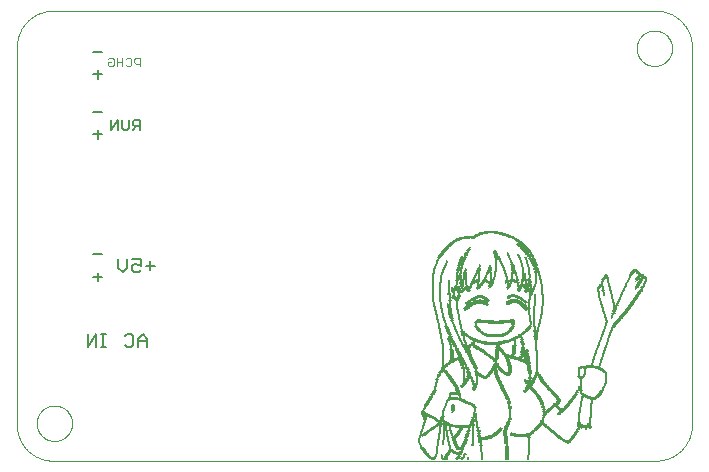
<source format=gbo>
G75*
%MOIN*%
%OFA0B0*%
%FSLAX25Y25*%
%IPPOS*%
%LPD*%
%AMOC8*
5,1,8,0,0,1.08239X$1,22.5*
%
%ADD10C,0.00000*%
%ADD11C,0.00700*%
%ADD12C,0.00600*%
%ADD13C,0.00400*%
%ADD14R,0.01650X0.00150*%
%ADD15R,0.00900X0.00150*%
%ADD16R,0.01200X0.00150*%
%ADD17R,0.01050X0.00150*%
%ADD18R,0.00750X0.00150*%
%ADD19R,0.01950X0.00150*%
%ADD20R,0.02100X0.00150*%
%ADD21R,0.02400X0.00150*%
%ADD22R,0.00600X0.00150*%
%ADD23R,0.00300X0.00150*%
%ADD24R,0.01500X0.00150*%
%ADD25R,0.01800X0.00150*%
%ADD26R,0.02250X0.00150*%
%ADD27R,0.02550X0.00150*%
%ADD28R,0.03000X0.00150*%
%ADD29R,0.03300X0.00150*%
%ADD30R,0.02850X0.00150*%
%ADD31R,0.01350X0.00150*%
%ADD32R,0.02700X0.00150*%
%ADD33R,0.00150X0.00150*%
%ADD34R,0.00450X0.00150*%
%ADD35R,0.03900X0.00150*%
%ADD36R,0.04350X0.00150*%
%ADD37R,0.04650X0.00150*%
%ADD38R,0.04950X0.00150*%
%ADD39R,0.03150X0.00150*%
%ADD40R,0.05550X0.00150*%
%ADD41R,0.06150X0.00150*%
%ADD42R,0.06450X0.00150*%
%ADD43R,0.06600X0.00150*%
%ADD44R,0.07050X0.00150*%
%ADD45R,0.03600X0.00150*%
%ADD46R,0.05400X0.00150*%
%ADD47R,0.06300X0.00150*%
%ADD48R,0.04500X0.00150*%
%ADD49R,0.07650X0.00150*%
%ADD50R,0.10500X0.00150*%
%ADD51R,0.03750X0.00150*%
%ADD52R,0.03450X0.00150*%
%ADD53R,0.04050X0.00150*%
%ADD54R,0.07200X0.00150*%
%ADD55R,0.06900X0.00150*%
%ADD56R,0.05100X0.00150*%
%ADD57R,0.04800X0.00150*%
%ADD58R,0.04200X0.00150*%
%ADD59R,0.05700X0.00150*%
%ADD60R,0.06750X0.00150*%
%ADD61R,0.08250X0.00150*%
%ADD62R,0.09150X0.00150*%
%ADD63R,0.05250X0.00150*%
%ADD64R,0.07350X0.00150*%
%ADD65R,0.07950X0.00150*%
%ADD66R,0.07500X0.00150*%
%ADD67R,0.11850X0.00150*%
%ADD68R,0.13350X0.00150*%
%ADD69R,0.13200X0.00150*%
%ADD70R,0.06000X0.00150*%
%ADD71R,0.05850X0.00150*%
%ADD72R,0.08100X0.00150*%
D10*
X0016500Y0005500D02*
X0217500Y0005500D01*
X0217790Y0005504D01*
X0218080Y0005514D01*
X0218369Y0005532D01*
X0218658Y0005556D01*
X0218946Y0005587D01*
X0219234Y0005626D01*
X0219520Y0005671D01*
X0219806Y0005724D01*
X0220089Y0005783D01*
X0220372Y0005849D01*
X0220652Y0005921D01*
X0220931Y0006001D01*
X0221208Y0006087D01*
X0221483Y0006180D01*
X0221755Y0006280D01*
X0222025Y0006386D01*
X0222292Y0006498D01*
X0222557Y0006618D01*
X0222818Y0006743D01*
X0223077Y0006875D01*
X0223332Y0007012D01*
X0223584Y0007156D01*
X0223832Y0007306D01*
X0224076Y0007462D01*
X0224317Y0007624D01*
X0224553Y0007792D01*
X0224786Y0007965D01*
X0225014Y0008144D01*
X0225238Y0008328D01*
X0225457Y0008518D01*
X0225672Y0008713D01*
X0225882Y0008913D01*
X0226087Y0009118D01*
X0226287Y0009328D01*
X0226482Y0009543D01*
X0226672Y0009762D01*
X0226856Y0009986D01*
X0227035Y0010214D01*
X0227208Y0010447D01*
X0227376Y0010683D01*
X0227538Y0010924D01*
X0227694Y0011168D01*
X0227844Y0011416D01*
X0227988Y0011668D01*
X0228125Y0011923D01*
X0228257Y0012182D01*
X0228382Y0012443D01*
X0228502Y0012708D01*
X0228614Y0012975D01*
X0228720Y0013245D01*
X0228820Y0013517D01*
X0228913Y0013792D01*
X0228999Y0014069D01*
X0229079Y0014348D01*
X0229151Y0014628D01*
X0229217Y0014911D01*
X0229276Y0015194D01*
X0229329Y0015480D01*
X0229374Y0015766D01*
X0229413Y0016054D01*
X0229444Y0016342D01*
X0229468Y0016631D01*
X0229486Y0016920D01*
X0229496Y0017210D01*
X0229500Y0017500D01*
X0229500Y0143500D01*
X0229496Y0143790D01*
X0229486Y0144080D01*
X0229468Y0144369D01*
X0229444Y0144658D01*
X0229413Y0144946D01*
X0229374Y0145234D01*
X0229329Y0145520D01*
X0229276Y0145806D01*
X0229217Y0146089D01*
X0229151Y0146372D01*
X0229079Y0146652D01*
X0228999Y0146931D01*
X0228913Y0147208D01*
X0228820Y0147483D01*
X0228720Y0147755D01*
X0228614Y0148025D01*
X0228502Y0148292D01*
X0228382Y0148557D01*
X0228257Y0148818D01*
X0228125Y0149077D01*
X0227988Y0149332D01*
X0227844Y0149584D01*
X0227694Y0149832D01*
X0227538Y0150076D01*
X0227376Y0150317D01*
X0227208Y0150553D01*
X0227035Y0150786D01*
X0226856Y0151014D01*
X0226672Y0151238D01*
X0226482Y0151457D01*
X0226287Y0151672D01*
X0226087Y0151882D01*
X0225882Y0152087D01*
X0225672Y0152287D01*
X0225457Y0152482D01*
X0225238Y0152672D01*
X0225014Y0152856D01*
X0224786Y0153035D01*
X0224553Y0153208D01*
X0224317Y0153376D01*
X0224076Y0153538D01*
X0223832Y0153694D01*
X0223584Y0153844D01*
X0223332Y0153988D01*
X0223077Y0154125D01*
X0222818Y0154257D01*
X0222557Y0154382D01*
X0222292Y0154502D01*
X0222025Y0154614D01*
X0221755Y0154720D01*
X0221483Y0154820D01*
X0221208Y0154913D01*
X0220931Y0154999D01*
X0220652Y0155079D01*
X0220372Y0155151D01*
X0220089Y0155217D01*
X0219806Y0155276D01*
X0219520Y0155329D01*
X0219234Y0155374D01*
X0218946Y0155413D01*
X0218658Y0155444D01*
X0218369Y0155468D01*
X0218080Y0155486D01*
X0217790Y0155496D01*
X0217500Y0155500D01*
X0016500Y0155500D01*
X0016210Y0155496D01*
X0015920Y0155486D01*
X0015631Y0155468D01*
X0015342Y0155444D01*
X0015054Y0155413D01*
X0014766Y0155374D01*
X0014480Y0155329D01*
X0014194Y0155276D01*
X0013911Y0155217D01*
X0013628Y0155151D01*
X0013348Y0155079D01*
X0013069Y0154999D01*
X0012792Y0154913D01*
X0012517Y0154820D01*
X0012245Y0154720D01*
X0011975Y0154614D01*
X0011708Y0154502D01*
X0011443Y0154382D01*
X0011182Y0154257D01*
X0010923Y0154125D01*
X0010668Y0153988D01*
X0010416Y0153844D01*
X0010168Y0153694D01*
X0009924Y0153538D01*
X0009683Y0153376D01*
X0009447Y0153208D01*
X0009214Y0153035D01*
X0008986Y0152856D01*
X0008762Y0152672D01*
X0008543Y0152482D01*
X0008328Y0152287D01*
X0008118Y0152087D01*
X0007913Y0151882D01*
X0007713Y0151672D01*
X0007518Y0151457D01*
X0007328Y0151238D01*
X0007144Y0151014D01*
X0006965Y0150786D01*
X0006792Y0150553D01*
X0006624Y0150317D01*
X0006462Y0150076D01*
X0006306Y0149832D01*
X0006156Y0149584D01*
X0006012Y0149332D01*
X0005875Y0149077D01*
X0005743Y0148818D01*
X0005618Y0148557D01*
X0005498Y0148292D01*
X0005386Y0148025D01*
X0005280Y0147755D01*
X0005180Y0147483D01*
X0005087Y0147208D01*
X0005001Y0146931D01*
X0004921Y0146652D01*
X0004849Y0146372D01*
X0004783Y0146089D01*
X0004724Y0145806D01*
X0004671Y0145520D01*
X0004626Y0145234D01*
X0004587Y0144946D01*
X0004556Y0144658D01*
X0004532Y0144369D01*
X0004514Y0144080D01*
X0004504Y0143790D01*
X0004500Y0143500D01*
X0004500Y0017500D01*
X0004504Y0017210D01*
X0004514Y0016920D01*
X0004532Y0016631D01*
X0004556Y0016342D01*
X0004587Y0016054D01*
X0004626Y0015766D01*
X0004671Y0015480D01*
X0004724Y0015194D01*
X0004783Y0014911D01*
X0004849Y0014628D01*
X0004921Y0014348D01*
X0005001Y0014069D01*
X0005087Y0013792D01*
X0005180Y0013517D01*
X0005280Y0013245D01*
X0005386Y0012975D01*
X0005498Y0012708D01*
X0005618Y0012443D01*
X0005743Y0012182D01*
X0005875Y0011923D01*
X0006012Y0011668D01*
X0006156Y0011416D01*
X0006306Y0011168D01*
X0006462Y0010924D01*
X0006624Y0010683D01*
X0006792Y0010447D01*
X0006965Y0010214D01*
X0007144Y0009986D01*
X0007328Y0009762D01*
X0007518Y0009543D01*
X0007713Y0009328D01*
X0007913Y0009118D01*
X0008118Y0008913D01*
X0008328Y0008713D01*
X0008543Y0008518D01*
X0008762Y0008328D01*
X0008986Y0008144D01*
X0009214Y0007965D01*
X0009447Y0007792D01*
X0009683Y0007624D01*
X0009924Y0007462D01*
X0010168Y0007306D01*
X0010416Y0007156D01*
X0010668Y0007012D01*
X0010923Y0006875D01*
X0011182Y0006743D01*
X0011443Y0006618D01*
X0011708Y0006498D01*
X0011975Y0006386D01*
X0012245Y0006280D01*
X0012517Y0006180D01*
X0012792Y0006087D01*
X0013069Y0006001D01*
X0013348Y0005921D01*
X0013628Y0005849D01*
X0013911Y0005783D01*
X0014194Y0005724D01*
X0014480Y0005671D01*
X0014766Y0005626D01*
X0015054Y0005587D01*
X0015342Y0005556D01*
X0015631Y0005532D01*
X0015920Y0005514D01*
X0016210Y0005504D01*
X0016500Y0005500D01*
X0011094Y0018000D02*
X0011096Y0018153D01*
X0011102Y0018307D01*
X0011112Y0018460D01*
X0011126Y0018612D01*
X0011144Y0018765D01*
X0011166Y0018916D01*
X0011191Y0019067D01*
X0011221Y0019218D01*
X0011255Y0019368D01*
X0011292Y0019516D01*
X0011333Y0019664D01*
X0011378Y0019810D01*
X0011427Y0019956D01*
X0011480Y0020100D01*
X0011536Y0020242D01*
X0011596Y0020383D01*
X0011660Y0020523D01*
X0011727Y0020661D01*
X0011798Y0020797D01*
X0011873Y0020931D01*
X0011950Y0021063D01*
X0012032Y0021193D01*
X0012116Y0021321D01*
X0012204Y0021447D01*
X0012295Y0021570D01*
X0012389Y0021691D01*
X0012487Y0021809D01*
X0012587Y0021925D01*
X0012691Y0022038D01*
X0012797Y0022149D01*
X0012906Y0022257D01*
X0013018Y0022362D01*
X0013132Y0022463D01*
X0013250Y0022562D01*
X0013369Y0022658D01*
X0013491Y0022751D01*
X0013616Y0022840D01*
X0013743Y0022927D01*
X0013872Y0023009D01*
X0014003Y0023089D01*
X0014136Y0023165D01*
X0014271Y0023238D01*
X0014408Y0023307D01*
X0014547Y0023372D01*
X0014687Y0023434D01*
X0014829Y0023492D01*
X0014972Y0023547D01*
X0015117Y0023598D01*
X0015263Y0023645D01*
X0015410Y0023688D01*
X0015558Y0023727D01*
X0015707Y0023763D01*
X0015857Y0023794D01*
X0016008Y0023822D01*
X0016159Y0023846D01*
X0016312Y0023866D01*
X0016464Y0023882D01*
X0016617Y0023894D01*
X0016770Y0023902D01*
X0016923Y0023906D01*
X0017077Y0023906D01*
X0017230Y0023902D01*
X0017383Y0023894D01*
X0017536Y0023882D01*
X0017688Y0023866D01*
X0017841Y0023846D01*
X0017992Y0023822D01*
X0018143Y0023794D01*
X0018293Y0023763D01*
X0018442Y0023727D01*
X0018590Y0023688D01*
X0018737Y0023645D01*
X0018883Y0023598D01*
X0019028Y0023547D01*
X0019171Y0023492D01*
X0019313Y0023434D01*
X0019453Y0023372D01*
X0019592Y0023307D01*
X0019729Y0023238D01*
X0019864Y0023165D01*
X0019997Y0023089D01*
X0020128Y0023009D01*
X0020257Y0022927D01*
X0020384Y0022840D01*
X0020509Y0022751D01*
X0020631Y0022658D01*
X0020750Y0022562D01*
X0020868Y0022463D01*
X0020982Y0022362D01*
X0021094Y0022257D01*
X0021203Y0022149D01*
X0021309Y0022038D01*
X0021413Y0021925D01*
X0021513Y0021809D01*
X0021611Y0021691D01*
X0021705Y0021570D01*
X0021796Y0021447D01*
X0021884Y0021321D01*
X0021968Y0021193D01*
X0022050Y0021063D01*
X0022127Y0020931D01*
X0022202Y0020797D01*
X0022273Y0020661D01*
X0022340Y0020523D01*
X0022404Y0020383D01*
X0022464Y0020242D01*
X0022520Y0020100D01*
X0022573Y0019956D01*
X0022622Y0019810D01*
X0022667Y0019664D01*
X0022708Y0019516D01*
X0022745Y0019368D01*
X0022779Y0019218D01*
X0022809Y0019067D01*
X0022834Y0018916D01*
X0022856Y0018765D01*
X0022874Y0018612D01*
X0022888Y0018460D01*
X0022898Y0018307D01*
X0022904Y0018153D01*
X0022906Y0018000D01*
X0022904Y0017847D01*
X0022898Y0017693D01*
X0022888Y0017540D01*
X0022874Y0017388D01*
X0022856Y0017235D01*
X0022834Y0017084D01*
X0022809Y0016933D01*
X0022779Y0016782D01*
X0022745Y0016632D01*
X0022708Y0016484D01*
X0022667Y0016336D01*
X0022622Y0016190D01*
X0022573Y0016044D01*
X0022520Y0015900D01*
X0022464Y0015758D01*
X0022404Y0015617D01*
X0022340Y0015477D01*
X0022273Y0015339D01*
X0022202Y0015203D01*
X0022127Y0015069D01*
X0022050Y0014937D01*
X0021968Y0014807D01*
X0021884Y0014679D01*
X0021796Y0014553D01*
X0021705Y0014430D01*
X0021611Y0014309D01*
X0021513Y0014191D01*
X0021413Y0014075D01*
X0021309Y0013962D01*
X0021203Y0013851D01*
X0021094Y0013743D01*
X0020982Y0013638D01*
X0020868Y0013537D01*
X0020750Y0013438D01*
X0020631Y0013342D01*
X0020509Y0013249D01*
X0020384Y0013160D01*
X0020257Y0013073D01*
X0020128Y0012991D01*
X0019997Y0012911D01*
X0019864Y0012835D01*
X0019729Y0012762D01*
X0019592Y0012693D01*
X0019453Y0012628D01*
X0019313Y0012566D01*
X0019171Y0012508D01*
X0019028Y0012453D01*
X0018883Y0012402D01*
X0018737Y0012355D01*
X0018590Y0012312D01*
X0018442Y0012273D01*
X0018293Y0012237D01*
X0018143Y0012206D01*
X0017992Y0012178D01*
X0017841Y0012154D01*
X0017688Y0012134D01*
X0017536Y0012118D01*
X0017383Y0012106D01*
X0017230Y0012098D01*
X0017077Y0012094D01*
X0016923Y0012094D01*
X0016770Y0012098D01*
X0016617Y0012106D01*
X0016464Y0012118D01*
X0016312Y0012134D01*
X0016159Y0012154D01*
X0016008Y0012178D01*
X0015857Y0012206D01*
X0015707Y0012237D01*
X0015558Y0012273D01*
X0015410Y0012312D01*
X0015263Y0012355D01*
X0015117Y0012402D01*
X0014972Y0012453D01*
X0014829Y0012508D01*
X0014687Y0012566D01*
X0014547Y0012628D01*
X0014408Y0012693D01*
X0014271Y0012762D01*
X0014136Y0012835D01*
X0014003Y0012911D01*
X0013872Y0012991D01*
X0013743Y0013073D01*
X0013616Y0013160D01*
X0013491Y0013249D01*
X0013369Y0013342D01*
X0013250Y0013438D01*
X0013132Y0013537D01*
X0013018Y0013638D01*
X0012906Y0013743D01*
X0012797Y0013851D01*
X0012691Y0013962D01*
X0012587Y0014075D01*
X0012487Y0014191D01*
X0012389Y0014309D01*
X0012295Y0014430D01*
X0012204Y0014553D01*
X0012116Y0014679D01*
X0012032Y0014807D01*
X0011950Y0014937D01*
X0011873Y0015069D01*
X0011798Y0015203D01*
X0011727Y0015339D01*
X0011660Y0015477D01*
X0011596Y0015617D01*
X0011536Y0015758D01*
X0011480Y0015900D01*
X0011427Y0016044D01*
X0011378Y0016190D01*
X0011333Y0016336D01*
X0011292Y0016484D01*
X0011255Y0016632D01*
X0011221Y0016782D01*
X0011191Y0016933D01*
X0011166Y0017084D01*
X0011144Y0017235D01*
X0011126Y0017388D01*
X0011112Y0017540D01*
X0011102Y0017693D01*
X0011096Y0017847D01*
X0011094Y0018000D01*
X0211094Y0143000D02*
X0211096Y0143153D01*
X0211102Y0143307D01*
X0211112Y0143460D01*
X0211126Y0143612D01*
X0211144Y0143765D01*
X0211166Y0143916D01*
X0211191Y0144067D01*
X0211221Y0144218D01*
X0211255Y0144368D01*
X0211292Y0144516D01*
X0211333Y0144664D01*
X0211378Y0144810D01*
X0211427Y0144956D01*
X0211480Y0145100D01*
X0211536Y0145242D01*
X0211596Y0145383D01*
X0211660Y0145523D01*
X0211727Y0145661D01*
X0211798Y0145797D01*
X0211873Y0145931D01*
X0211950Y0146063D01*
X0212032Y0146193D01*
X0212116Y0146321D01*
X0212204Y0146447D01*
X0212295Y0146570D01*
X0212389Y0146691D01*
X0212487Y0146809D01*
X0212587Y0146925D01*
X0212691Y0147038D01*
X0212797Y0147149D01*
X0212906Y0147257D01*
X0213018Y0147362D01*
X0213132Y0147463D01*
X0213250Y0147562D01*
X0213369Y0147658D01*
X0213491Y0147751D01*
X0213616Y0147840D01*
X0213743Y0147927D01*
X0213872Y0148009D01*
X0214003Y0148089D01*
X0214136Y0148165D01*
X0214271Y0148238D01*
X0214408Y0148307D01*
X0214547Y0148372D01*
X0214687Y0148434D01*
X0214829Y0148492D01*
X0214972Y0148547D01*
X0215117Y0148598D01*
X0215263Y0148645D01*
X0215410Y0148688D01*
X0215558Y0148727D01*
X0215707Y0148763D01*
X0215857Y0148794D01*
X0216008Y0148822D01*
X0216159Y0148846D01*
X0216312Y0148866D01*
X0216464Y0148882D01*
X0216617Y0148894D01*
X0216770Y0148902D01*
X0216923Y0148906D01*
X0217077Y0148906D01*
X0217230Y0148902D01*
X0217383Y0148894D01*
X0217536Y0148882D01*
X0217688Y0148866D01*
X0217841Y0148846D01*
X0217992Y0148822D01*
X0218143Y0148794D01*
X0218293Y0148763D01*
X0218442Y0148727D01*
X0218590Y0148688D01*
X0218737Y0148645D01*
X0218883Y0148598D01*
X0219028Y0148547D01*
X0219171Y0148492D01*
X0219313Y0148434D01*
X0219453Y0148372D01*
X0219592Y0148307D01*
X0219729Y0148238D01*
X0219864Y0148165D01*
X0219997Y0148089D01*
X0220128Y0148009D01*
X0220257Y0147927D01*
X0220384Y0147840D01*
X0220509Y0147751D01*
X0220631Y0147658D01*
X0220750Y0147562D01*
X0220868Y0147463D01*
X0220982Y0147362D01*
X0221094Y0147257D01*
X0221203Y0147149D01*
X0221309Y0147038D01*
X0221413Y0146925D01*
X0221513Y0146809D01*
X0221611Y0146691D01*
X0221705Y0146570D01*
X0221796Y0146447D01*
X0221884Y0146321D01*
X0221968Y0146193D01*
X0222050Y0146063D01*
X0222127Y0145931D01*
X0222202Y0145797D01*
X0222273Y0145661D01*
X0222340Y0145523D01*
X0222404Y0145383D01*
X0222464Y0145242D01*
X0222520Y0145100D01*
X0222573Y0144956D01*
X0222622Y0144810D01*
X0222667Y0144664D01*
X0222708Y0144516D01*
X0222745Y0144368D01*
X0222779Y0144218D01*
X0222809Y0144067D01*
X0222834Y0143916D01*
X0222856Y0143765D01*
X0222874Y0143612D01*
X0222888Y0143460D01*
X0222898Y0143307D01*
X0222904Y0143153D01*
X0222906Y0143000D01*
X0222904Y0142847D01*
X0222898Y0142693D01*
X0222888Y0142540D01*
X0222874Y0142388D01*
X0222856Y0142235D01*
X0222834Y0142084D01*
X0222809Y0141933D01*
X0222779Y0141782D01*
X0222745Y0141632D01*
X0222708Y0141484D01*
X0222667Y0141336D01*
X0222622Y0141190D01*
X0222573Y0141044D01*
X0222520Y0140900D01*
X0222464Y0140758D01*
X0222404Y0140617D01*
X0222340Y0140477D01*
X0222273Y0140339D01*
X0222202Y0140203D01*
X0222127Y0140069D01*
X0222050Y0139937D01*
X0221968Y0139807D01*
X0221884Y0139679D01*
X0221796Y0139553D01*
X0221705Y0139430D01*
X0221611Y0139309D01*
X0221513Y0139191D01*
X0221413Y0139075D01*
X0221309Y0138962D01*
X0221203Y0138851D01*
X0221094Y0138743D01*
X0220982Y0138638D01*
X0220868Y0138537D01*
X0220750Y0138438D01*
X0220631Y0138342D01*
X0220509Y0138249D01*
X0220384Y0138160D01*
X0220257Y0138073D01*
X0220128Y0137991D01*
X0219997Y0137911D01*
X0219864Y0137835D01*
X0219729Y0137762D01*
X0219592Y0137693D01*
X0219453Y0137628D01*
X0219313Y0137566D01*
X0219171Y0137508D01*
X0219028Y0137453D01*
X0218883Y0137402D01*
X0218737Y0137355D01*
X0218590Y0137312D01*
X0218442Y0137273D01*
X0218293Y0137237D01*
X0218143Y0137206D01*
X0217992Y0137178D01*
X0217841Y0137154D01*
X0217688Y0137134D01*
X0217536Y0137118D01*
X0217383Y0137106D01*
X0217230Y0137098D01*
X0217077Y0137094D01*
X0216923Y0137094D01*
X0216770Y0137098D01*
X0216617Y0137106D01*
X0216464Y0137118D01*
X0216312Y0137134D01*
X0216159Y0137154D01*
X0216008Y0137178D01*
X0215857Y0137206D01*
X0215707Y0137237D01*
X0215558Y0137273D01*
X0215410Y0137312D01*
X0215263Y0137355D01*
X0215117Y0137402D01*
X0214972Y0137453D01*
X0214829Y0137508D01*
X0214687Y0137566D01*
X0214547Y0137628D01*
X0214408Y0137693D01*
X0214271Y0137762D01*
X0214136Y0137835D01*
X0214003Y0137911D01*
X0213872Y0137991D01*
X0213743Y0138073D01*
X0213616Y0138160D01*
X0213491Y0138249D01*
X0213369Y0138342D01*
X0213250Y0138438D01*
X0213132Y0138537D01*
X0213018Y0138638D01*
X0212906Y0138743D01*
X0212797Y0138851D01*
X0212691Y0138962D01*
X0212587Y0139075D01*
X0212487Y0139191D01*
X0212389Y0139309D01*
X0212295Y0139430D01*
X0212204Y0139553D01*
X0212116Y0139679D01*
X0212032Y0139807D01*
X0211950Y0139937D01*
X0211873Y0140069D01*
X0211798Y0140203D01*
X0211727Y0140339D01*
X0211660Y0140477D01*
X0211596Y0140617D01*
X0211536Y0140758D01*
X0211480Y0140900D01*
X0211427Y0141044D01*
X0211378Y0141190D01*
X0211333Y0141336D01*
X0211292Y0141484D01*
X0211255Y0141632D01*
X0211221Y0141782D01*
X0211191Y0141933D01*
X0211166Y0142084D01*
X0211144Y0142235D01*
X0211126Y0142388D01*
X0211112Y0142540D01*
X0211102Y0142693D01*
X0211096Y0142847D01*
X0211094Y0143000D01*
D11*
X0050400Y0070502D02*
X0047531Y0070502D01*
X0045796Y0070502D02*
X0045796Y0072654D01*
X0042927Y0072654D01*
X0043644Y0071219D02*
X0042927Y0070502D01*
X0042927Y0069067D01*
X0043644Y0068350D01*
X0045079Y0068350D01*
X0045796Y0069067D01*
X0045796Y0070502D02*
X0044362Y0071219D01*
X0043644Y0071219D01*
X0041192Y0069785D02*
X0039758Y0068350D01*
X0038323Y0069785D01*
X0038323Y0072654D01*
X0041192Y0072654D02*
X0041192Y0069785D01*
X0048965Y0069067D02*
X0048965Y0071936D01*
X0032900Y0074252D02*
X0030031Y0074252D01*
X0031465Y0068186D02*
X0031465Y0065317D01*
X0030031Y0066752D02*
X0032900Y0066752D01*
X0032654Y0047654D02*
X0034088Y0047654D01*
X0033371Y0047654D02*
X0033371Y0043350D01*
X0034088Y0043350D02*
X0032654Y0043350D01*
X0031019Y0043350D02*
X0031019Y0047654D01*
X0028150Y0043350D01*
X0028150Y0047654D01*
X0040427Y0046936D02*
X0041144Y0047654D01*
X0042579Y0047654D01*
X0043296Y0046936D01*
X0043296Y0044067D01*
X0042579Y0043350D01*
X0041144Y0043350D01*
X0040427Y0044067D01*
X0045031Y0043350D02*
X0045031Y0046219D01*
X0046465Y0047654D01*
X0047900Y0046219D01*
X0047900Y0043350D01*
X0047900Y0045502D02*
X0045031Y0045502D01*
X0031465Y0112817D02*
X0031465Y0115686D01*
X0030031Y0114252D02*
X0032900Y0114252D01*
X0032900Y0121752D02*
X0030031Y0121752D01*
X0031465Y0132817D02*
X0031465Y0135686D01*
X0030031Y0134252D02*
X0032900Y0134252D01*
X0032900Y0141752D02*
X0030031Y0141752D01*
D12*
X0035815Y0119203D02*
X0035815Y0115800D01*
X0038084Y0119203D01*
X0038084Y0115800D01*
X0039498Y0116367D02*
X0039498Y0119203D01*
X0041767Y0119203D02*
X0041767Y0116367D01*
X0041200Y0115800D01*
X0040065Y0115800D01*
X0039498Y0116367D01*
X0043181Y0115800D02*
X0044316Y0116934D01*
X0043749Y0116934D02*
X0045450Y0116934D01*
X0045450Y0115800D02*
X0045450Y0119203D01*
X0043749Y0119203D01*
X0043181Y0118636D01*
X0043181Y0117501D01*
X0043749Y0116934D01*
D13*
X0042136Y0136950D02*
X0041202Y0136950D01*
X0040735Y0137417D01*
X0039657Y0136950D02*
X0039657Y0139752D01*
X0040735Y0139285D02*
X0041202Y0139752D01*
X0042136Y0139752D01*
X0042603Y0139285D01*
X0042603Y0137417D01*
X0042136Y0136950D01*
X0043682Y0138351D02*
X0044149Y0137884D01*
X0045550Y0137884D01*
X0045550Y0136950D02*
X0045550Y0139752D01*
X0044149Y0139752D01*
X0043682Y0139285D01*
X0043682Y0138351D01*
X0039657Y0138351D02*
X0037789Y0138351D01*
X0037789Y0139752D02*
X0037789Y0136950D01*
X0036710Y0137417D02*
X0036243Y0136950D01*
X0035309Y0136950D01*
X0034842Y0137417D01*
X0034842Y0138351D01*
X0035776Y0138351D01*
X0034842Y0139285D02*
X0035309Y0139752D01*
X0036243Y0139752D01*
X0036710Y0139285D01*
X0036710Y0137417D01*
D14*
X0150300Y0078400D03*
X0150600Y0078550D03*
X0157650Y0080350D03*
X0164400Y0073450D03*
X0164550Y0073150D03*
X0162000Y0068650D03*
X0162000Y0068500D03*
X0162000Y0068350D03*
X0162900Y0065500D03*
X0162900Y0065350D03*
X0158700Y0063700D03*
X0156600Y0064600D03*
X0153750Y0065800D03*
X0153750Y0065950D03*
X0153750Y0066100D03*
X0153750Y0066250D03*
X0153750Y0066400D03*
X0153750Y0066550D03*
X0152850Y0065500D03*
X0158100Y0067900D03*
X0158250Y0068200D03*
X0158250Y0068350D03*
X0152400Y0070600D03*
X0152550Y0071050D03*
X0152850Y0071950D03*
X0168600Y0064300D03*
X0168600Y0064150D03*
X0171000Y0064900D03*
X0173550Y0065800D03*
X0173550Y0065950D03*
X0173550Y0066100D03*
X0177750Y0068650D03*
X0177750Y0068800D03*
X0177600Y0069100D03*
X0177600Y0069250D03*
X0177450Y0069550D03*
X0177450Y0069700D03*
X0177450Y0069850D03*
X0177300Y0070000D03*
X0177300Y0070150D03*
X0177150Y0070450D03*
X0177150Y0070600D03*
X0177000Y0070900D03*
X0170100Y0068650D03*
X0170100Y0068500D03*
X0170100Y0068350D03*
X0174300Y0062800D03*
X0176250Y0062500D03*
X0172800Y0059200D03*
X0172500Y0059350D03*
X0173850Y0056350D03*
X0177450Y0048250D03*
X0177450Y0048100D03*
X0177450Y0047950D03*
X0177450Y0047800D03*
X0173250Y0047800D03*
X0173100Y0047650D03*
X0172800Y0047500D03*
X0172350Y0047200D03*
X0172050Y0047050D03*
X0171750Y0046900D03*
X0171300Y0046600D03*
X0167850Y0047950D03*
X0165000Y0043150D03*
X0164550Y0041650D03*
X0164550Y0041500D03*
X0164550Y0041350D03*
X0164550Y0041200D03*
X0164550Y0041050D03*
X0164550Y0040900D03*
X0163800Y0038800D03*
X0162150Y0040150D03*
X0162000Y0040300D03*
X0161700Y0040450D03*
X0161550Y0040600D03*
X0161400Y0040750D03*
X0160950Y0041050D03*
X0160800Y0041200D03*
X0160500Y0041350D03*
X0160350Y0041500D03*
X0160050Y0041650D03*
X0156450Y0044350D03*
X0155850Y0046300D03*
X0155550Y0046450D03*
X0155100Y0046750D03*
X0153450Y0047800D03*
X0148950Y0046150D03*
X0152250Y0040000D03*
X0155100Y0041200D03*
X0155100Y0041350D03*
X0155250Y0041050D03*
X0155400Y0040750D03*
X0155550Y0040450D03*
X0154950Y0041650D03*
X0154800Y0041950D03*
X0148650Y0037900D03*
X0147000Y0036700D03*
X0146850Y0036550D03*
X0154050Y0032050D03*
X0154050Y0031900D03*
X0153900Y0031750D03*
X0153900Y0031600D03*
X0155250Y0033700D03*
X0155250Y0033850D03*
X0157050Y0030550D03*
X0163650Y0036250D03*
X0166350Y0035200D03*
X0166500Y0035050D03*
X0175050Y0037000D03*
X0175050Y0037150D03*
X0174900Y0037600D03*
X0174900Y0037750D03*
X0174450Y0039550D03*
X0178050Y0034150D03*
X0174600Y0029350D03*
X0184650Y0024550D03*
X0180750Y0021250D03*
X0179550Y0017950D03*
X0177150Y0015550D03*
X0177000Y0015400D03*
X0176850Y0015250D03*
X0176700Y0015100D03*
X0176550Y0014950D03*
X0176250Y0014800D03*
X0176100Y0014650D03*
X0165300Y0015250D03*
X0165150Y0015100D03*
X0165000Y0014950D03*
X0164850Y0014800D03*
X0164400Y0014500D03*
X0157050Y0019900D03*
X0157050Y0020050D03*
X0156150Y0017650D03*
X0156450Y0023800D03*
X0146250Y0018850D03*
X0147300Y0016900D03*
X0147300Y0016750D03*
X0147300Y0016600D03*
X0147300Y0016450D03*
X0147300Y0016300D03*
X0147300Y0016150D03*
X0147300Y0016000D03*
X0147300Y0015850D03*
X0147300Y0015700D03*
X0147300Y0015550D03*
X0150300Y0013000D03*
X0149250Y0008800D03*
X0150300Y0008200D03*
X0143100Y0005800D03*
X0143400Y0019600D03*
X0143100Y0019750D03*
X0140550Y0019900D03*
X0159900Y0047800D03*
X0159450Y0048100D03*
X0148650Y0056350D03*
X0148500Y0057250D03*
X0148500Y0057400D03*
X0155100Y0058300D03*
X0155550Y0058600D03*
X0155850Y0058750D03*
X0156150Y0058900D03*
X0156450Y0059050D03*
X0169650Y0079750D03*
X0169950Y0079600D03*
X0170250Y0079450D03*
X0170550Y0079300D03*
X0199200Y0063700D03*
X0200700Y0066400D03*
X0210600Y0068800D03*
X0212250Y0067450D03*
X0204000Y0056950D03*
X0204000Y0056800D03*
X0192150Y0029200D03*
X0192150Y0029050D03*
X0193650Y0027100D03*
X0192000Y0017500D03*
D15*
X0191925Y0018100D03*
X0191925Y0018250D03*
X0191775Y0018700D03*
X0191775Y0018850D03*
X0191775Y0019000D03*
X0191775Y0019150D03*
X0191775Y0019300D03*
X0191925Y0020350D03*
X0191925Y0020500D03*
X0191925Y0020650D03*
X0191925Y0020800D03*
X0191925Y0020950D03*
X0192075Y0021550D03*
X0192075Y0021700D03*
X0192075Y0021850D03*
X0192075Y0022000D03*
X0192225Y0022600D03*
X0192225Y0022750D03*
X0192225Y0022900D03*
X0192375Y0023350D03*
X0192375Y0023500D03*
X0192375Y0023650D03*
X0192525Y0024250D03*
X0192525Y0024400D03*
X0192675Y0025000D03*
X0192675Y0025150D03*
X0192825Y0025600D03*
X0192825Y0025750D03*
X0192975Y0026200D03*
X0192975Y0026350D03*
X0192825Y0027850D03*
X0192675Y0028000D03*
X0192675Y0028150D03*
X0191475Y0028600D03*
X0191325Y0028450D03*
X0191325Y0028300D03*
X0191175Y0028150D03*
X0191025Y0027850D03*
X0190875Y0027700D03*
X0190725Y0027400D03*
X0190575Y0027250D03*
X0190425Y0026950D03*
X0190125Y0026500D03*
X0189675Y0025900D03*
X0185175Y0025600D03*
X0179775Y0023800D03*
X0179775Y0023650D03*
X0179775Y0023500D03*
X0179925Y0023200D03*
X0180075Y0022900D03*
X0180075Y0022750D03*
X0180075Y0022600D03*
X0180225Y0022150D03*
X0180225Y0022000D03*
X0180225Y0020200D03*
X0180075Y0020050D03*
X0180075Y0019900D03*
X0180075Y0019750D03*
X0179925Y0019600D03*
X0179925Y0019450D03*
X0179925Y0019300D03*
X0179775Y0019150D03*
X0179775Y0019000D03*
X0179625Y0018700D03*
X0175275Y0013000D03*
X0175275Y0012850D03*
X0175275Y0012700D03*
X0175275Y0012550D03*
X0175275Y0012400D03*
X0175275Y0012250D03*
X0175275Y0012100D03*
X0175275Y0011950D03*
X0175275Y0011800D03*
X0175275Y0011650D03*
X0175275Y0011500D03*
X0175275Y0011350D03*
X0175275Y0011200D03*
X0175275Y0011050D03*
X0175275Y0010900D03*
X0175275Y0010750D03*
X0175275Y0010600D03*
X0175275Y0010450D03*
X0175275Y0010300D03*
X0175275Y0010150D03*
X0175275Y0010000D03*
X0175275Y0009850D03*
X0175275Y0009700D03*
X0175275Y0009550D03*
X0175275Y0009400D03*
X0175275Y0009250D03*
X0175275Y0009100D03*
X0175275Y0008950D03*
X0175275Y0008800D03*
X0175275Y0008650D03*
X0175275Y0008500D03*
X0175275Y0008350D03*
X0175275Y0008200D03*
X0175125Y0008050D03*
X0175125Y0007900D03*
X0175125Y0007750D03*
X0175125Y0007600D03*
X0175125Y0007450D03*
X0175125Y0007300D03*
X0174975Y0007150D03*
X0174975Y0007000D03*
X0174975Y0006850D03*
X0174975Y0006700D03*
X0174975Y0006550D03*
X0174975Y0006400D03*
X0174975Y0006250D03*
X0174975Y0006100D03*
X0167775Y0010300D03*
X0167775Y0010450D03*
X0167775Y0010600D03*
X0167775Y0010750D03*
X0167775Y0010900D03*
X0167475Y0013150D03*
X0167175Y0014200D03*
X0168375Y0018100D03*
X0168525Y0018400D03*
X0168525Y0018550D03*
X0168675Y0018700D03*
X0168675Y0018850D03*
X0168825Y0019300D03*
X0168975Y0019600D03*
X0168975Y0019750D03*
X0168975Y0019900D03*
X0168975Y0020050D03*
X0168975Y0020200D03*
X0168975Y0020350D03*
X0168975Y0020500D03*
X0168975Y0020650D03*
X0168975Y0020800D03*
X0168975Y0020950D03*
X0168975Y0021100D03*
X0168975Y0021250D03*
X0168975Y0021400D03*
X0168975Y0021550D03*
X0168975Y0021700D03*
X0168975Y0021850D03*
X0168975Y0022000D03*
X0168975Y0022150D03*
X0168975Y0022300D03*
X0168975Y0022450D03*
X0168825Y0022750D03*
X0168825Y0022900D03*
X0168825Y0023050D03*
X0168675Y0023650D03*
X0168675Y0023800D03*
X0168675Y0023950D03*
X0168675Y0024100D03*
X0168675Y0024250D03*
X0168675Y0024400D03*
X0168525Y0024850D03*
X0168375Y0025300D03*
X0168375Y0025450D03*
X0167775Y0026800D03*
X0165675Y0031000D03*
X0165375Y0031750D03*
X0165225Y0032050D03*
X0165075Y0032350D03*
X0168375Y0033700D03*
X0164325Y0038050D03*
X0163875Y0038350D03*
X0164475Y0039550D03*
X0164625Y0039850D03*
X0169875Y0040600D03*
X0169875Y0040750D03*
X0172575Y0040000D03*
X0172575Y0039850D03*
X0172725Y0040300D03*
X0172725Y0040450D03*
X0173175Y0043300D03*
X0173175Y0043450D03*
X0173175Y0043600D03*
X0173175Y0043750D03*
X0173175Y0043900D03*
X0173025Y0044500D03*
X0173025Y0044650D03*
X0172875Y0045100D03*
X0172875Y0045250D03*
X0172875Y0045400D03*
X0172875Y0045550D03*
X0172875Y0045700D03*
X0172725Y0046000D03*
X0172725Y0046150D03*
X0172725Y0046300D03*
X0170475Y0045250D03*
X0170475Y0045100D03*
X0170475Y0044950D03*
X0170475Y0044800D03*
X0170475Y0044650D03*
X0170475Y0044500D03*
X0170475Y0044350D03*
X0170475Y0044200D03*
X0170475Y0044050D03*
X0177375Y0044350D03*
X0177375Y0044500D03*
X0177375Y0044650D03*
X0177375Y0044800D03*
X0177375Y0044950D03*
X0177375Y0045100D03*
X0177375Y0045250D03*
X0177375Y0045400D03*
X0177375Y0045550D03*
X0177525Y0044200D03*
X0177525Y0044050D03*
X0177525Y0043900D03*
X0177525Y0043750D03*
X0177525Y0043600D03*
X0177675Y0043150D03*
X0177675Y0043000D03*
X0177675Y0042850D03*
X0177675Y0042700D03*
X0177675Y0042550D03*
X0177675Y0042400D03*
X0177675Y0042250D03*
X0177675Y0042100D03*
X0177825Y0041650D03*
X0177825Y0041500D03*
X0177825Y0041350D03*
X0177825Y0041200D03*
X0177825Y0041050D03*
X0177825Y0040900D03*
X0177825Y0040750D03*
X0177825Y0040600D03*
X0177825Y0040450D03*
X0177825Y0040300D03*
X0177825Y0040150D03*
X0177825Y0040000D03*
X0177975Y0038200D03*
X0177975Y0038050D03*
X0177975Y0037900D03*
X0177975Y0037750D03*
X0177975Y0037600D03*
X0177975Y0037450D03*
X0177975Y0037300D03*
X0177975Y0037150D03*
X0177975Y0037000D03*
X0177975Y0036850D03*
X0177975Y0036700D03*
X0177975Y0036550D03*
X0177975Y0036400D03*
X0177825Y0035350D03*
X0177825Y0035200D03*
X0177825Y0035050D03*
X0177375Y0033550D03*
X0177375Y0033400D03*
X0177225Y0033250D03*
X0177225Y0033100D03*
X0177075Y0032800D03*
X0176925Y0032500D03*
X0176775Y0032200D03*
X0176625Y0031900D03*
X0176475Y0031600D03*
X0175425Y0032200D03*
X0175425Y0032350D03*
X0175425Y0032500D03*
X0175575Y0033250D03*
X0175575Y0033400D03*
X0175575Y0033550D03*
X0175575Y0033700D03*
X0175575Y0033850D03*
X0175575Y0034000D03*
X0175575Y0034150D03*
X0174075Y0032200D03*
X0178725Y0033550D03*
X0173775Y0028300D03*
X0179475Y0024550D03*
X0179475Y0024400D03*
X0179625Y0024100D03*
X0191775Y0016300D03*
X0191775Y0016150D03*
X0191625Y0016000D03*
X0191475Y0015700D03*
X0191325Y0015550D03*
X0191325Y0015400D03*
X0191175Y0015250D03*
X0191025Y0014950D03*
X0190875Y0014800D03*
X0190725Y0014500D03*
X0190575Y0014350D03*
X0190425Y0014050D03*
X0190275Y0013900D03*
X0189975Y0013450D03*
X0189675Y0013000D03*
X0188175Y0011200D03*
X0195675Y0016300D03*
X0195375Y0017800D03*
X0195525Y0018100D03*
X0195525Y0018250D03*
X0195675Y0019000D03*
X0195675Y0019150D03*
X0195675Y0019300D03*
X0195675Y0019450D03*
X0195675Y0019600D03*
X0195675Y0019750D03*
X0195825Y0022750D03*
X0195825Y0022900D03*
X0195825Y0023050D03*
X0195825Y0023200D03*
X0195975Y0023800D03*
X0195975Y0023950D03*
X0195975Y0024100D03*
X0195975Y0024250D03*
X0195975Y0024400D03*
X0196125Y0025000D03*
X0196125Y0025150D03*
X0196125Y0025300D03*
X0196125Y0025450D03*
X0196275Y0025750D03*
X0198975Y0027850D03*
X0199125Y0028150D03*
X0199275Y0028300D03*
X0199425Y0028600D03*
X0199575Y0028750D03*
X0199725Y0029050D03*
X0199875Y0029200D03*
X0199875Y0029350D03*
X0200025Y0029500D03*
X0200025Y0029650D03*
X0200175Y0029800D03*
X0200175Y0029950D03*
X0200325Y0030100D03*
X0200475Y0030400D03*
X0200625Y0030700D03*
X0200625Y0030850D03*
X0200775Y0031150D03*
X0200775Y0031300D03*
X0200925Y0031750D03*
X0200925Y0031900D03*
X0200925Y0032050D03*
X0200925Y0034150D03*
X0200925Y0034300D03*
X0200775Y0034450D03*
X0198675Y0036850D03*
X0198825Y0037300D03*
X0198975Y0037750D03*
X0198975Y0037900D03*
X0199125Y0038200D03*
X0199125Y0038350D03*
X0199275Y0038650D03*
X0199275Y0038800D03*
X0199425Y0039100D03*
X0199425Y0039250D03*
X0199575Y0039550D03*
X0199575Y0039700D03*
X0199725Y0040000D03*
X0199725Y0040150D03*
X0199875Y0040450D03*
X0199875Y0040600D03*
X0200025Y0040900D03*
X0200025Y0041050D03*
X0200175Y0041350D03*
X0200175Y0041500D03*
X0200325Y0041800D03*
X0200325Y0041950D03*
X0200475Y0042250D03*
X0200475Y0042400D03*
X0200625Y0042700D03*
X0200625Y0042850D03*
X0200775Y0043150D03*
X0200775Y0043300D03*
X0200925Y0043600D03*
X0200925Y0043750D03*
X0201075Y0044050D03*
X0201075Y0044200D03*
X0201225Y0044500D03*
X0201225Y0044650D03*
X0201375Y0044950D03*
X0201375Y0045100D03*
X0201375Y0045250D03*
X0201525Y0045400D03*
X0201525Y0045550D03*
X0201675Y0045700D03*
X0201675Y0045850D03*
X0201675Y0046000D03*
X0201675Y0046150D03*
X0201825Y0046300D03*
X0201825Y0046450D03*
X0201825Y0046600D03*
X0201975Y0046750D03*
X0201975Y0046900D03*
X0201975Y0047050D03*
X0202125Y0047200D03*
X0202125Y0047350D03*
X0202125Y0047500D03*
X0202275Y0047650D03*
X0202275Y0047800D03*
X0202275Y0047950D03*
X0202425Y0048100D03*
X0202425Y0048250D03*
X0202575Y0048550D03*
X0202575Y0048700D03*
X0202725Y0048850D03*
X0202725Y0049000D03*
X0202875Y0049150D03*
X0202875Y0049300D03*
X0202875Y0049450D03*
X0203025Y0049600D03*
X0203325Y0050050D03*
X0200925Y0050800D03*
X0200925Y0050950D03*
X0200925Y0051100D03*
X0201075Y0051400D03*
X0201075Y0051550D03*
X0201075Y0051700D03*
X0201075Y0051850D03*
X0201075Y0052000D03*
X0200925Y0052300D03*
X0200925Y0052450D03*
X0200775Y0052750D03*
X0200775Y0052900D03*
X0200775Y0053050D03*
X0200625Y0053200D03*
X0200625Y0053350D03*
X0200625Y0053500D03*
X0200475Y0053800D03*
X0200475Y0053950D03*
X0200325Y0054250D03*
X0200325Y0054400D03*
X0200175Y0054700D03*
X0200175Y0054850D03*
X0200025Y0055150D03*
X0200025Y0055300D03*
X0199875Y0055600D03*
X0199875Y0055750D03*
X0199875Y0055900D03*
X0199725Y0056050D03*
X0199725Y0056200D03*
X0199725Y0056350D03*
X0199575Y0056500D03*
X0199575Y0056650D03*
X0199575Y0056800D03*
X0199425Y0057100D03*
X0199425Y0057250D03*
X0199275Y0057550D03*
X0199275Y0057700D03*
X0199275Y0057850D03*
X0199125Y0058000D03*
X0199125Y0058150D03*
X0199125Y0058300D03*
X0198975Y0058600D03*
X0198975Y0058750D03*
X0198975Y0058900D03*
X0198825Y0059050D03*
X0198825Y0059200D03*
X0198825Y0059350D03*
X0198675Y0059650D03*
X0198675Y0059800D03*
X0198675Y0059950D03*
X0198525Y0060250D03*
X0198525Y0060400D03*
X0198525Y0060550D03*
X0198375Y0061000D03*
X0198375Y0061150D03*
X0198375Y0061300D03*
X0198375Y0061450D03*
X0198375Y0061600D03*
X0198375Y0062800D03*
X0198375Y0062950D03*
X0199725Y0062950D03*
X0199725Y0063100D03*
X0199725Y0062800D03*
X0199875Y0062650D03*
X0199875Y0062500D03*
X0199875Y0062350D03*
X0199875Y0062200D03*
X0200025Y0061900D03*
X0200025Y0061750D03*
X0200025Y0061600D03*
X0200175Y0061450D03*
X0200175Y0061300D03*
X0200175Y0061150D03*
X0200175Y0061000D03*
X0200175Y0060850D03*
X0200175Y0060700D03*
X0200175Y0060550D03*
X0202575Y0061150D03*
X0202575Y0061300D03*
X0202575Y0061450D03*
X0202425Y0061750D03*
X0202425Y0061900D03*
X0202425Y0062050D03*
X0202275Y0062200D03*
X0202275Y0062350D03*
X0202275Y0062500D03*
X0202275Y0062650D03*
X0202125Y0062800D03*
X0202125Y0062950D03*
X0202125Y0063100D03*
X0202125Y0063250D03*
X0201975Y0063400D03*
X0201975Y0063550D03*
X0201975Y0063700D03*
X0201975Y0063850D03*
X0201825Y0064000D03*
X0201825Y0064150D03*
X0201825Y0064300D03*
X0201675Y0064600D03*
X0201675Y0064750D03*
X0201675Y0064900D03*
X0201525Y0065050D03*
X0201525Y0065200D03*
X0201525Y0065350D03*
X0201375Y0065500D03*
X0201375Y0065650D03*
X0201375Y0065800D03*
X0201375Y0065950D03*
X0200775Y0067150D03*
X0200025Y0065800D03*
X0199875Y0065500D03*
X0199725Y0065350D03*
X0199725Y0065200D03*
X0199575Y0065050D03*
X0199575Y0064900D03*
X0199425Y0064750D03*
X0199425Y0064600D03*
X0199425Y0064450D03*
X0199425Y0064300D03*
X0199425Y0064150D03*
X0202725Y0060850D03*
X0202725Y0060700D03*
X0202725Y0060550D03*
X0202875Y0060250D03*
X0202875Y0060100D03*
X0202875Y0059950D03*
X0203025Y0059650D03*
X0203025Y0059500D03*
X0203025Y0059350D03*
X0203175Y0059050D03*
X0203175Y0058900D03*
X0203175Y0058750D03*
X0203175Y0058600D03*
X0203325Y0058300D03*
X0203325Y0058150D03*
X0203475Y0057700D03*
X0203475Y0057550D03*
X0203475Y0057400D03*
X0204525Y0057250D03*
X0204675Y0057400D03*
X0204675Y0057550D03*
X0204675Y0057700D03*
X0204825Y0057850D03*
X0204825Y0058000D03*
X0204975Y0058150D03*
X0204975Y0058300D03*
X0205125Y0058600D03*
X0205125Y0058750D03*
X0205275Y0058900D03*
X0205275Y0059050D03*
X0205425Y0059200D03*
X0205425Y0059350D03*
X0205575Y0059500D03*
X0205575Y0059650D03*
X0205725Y0059950D03*
X0205725Y0060100D03*
X0205875Y0060250D03*
X0205875Y0060400D03*
X0206025Y0060700D03*
X0206175Y0061000D03*
X0206175Y0061150D03*
X0206325Y0061300D03*
X0206325Y0061450D03*
X0206475Y0061600D03*
X0206475Y0061750D03*
X0206625Y0061900D03*
X0206625Y0062050D03*
X0206775Y0062200D03*
X0206775Y0062350D03*
X0206775Y0062500D03*
X0206925Y0062650D03*
X0206925Y0062800D03*
X0207075Y0062950D03*
X0207075Y0063100D03*
X0207225Y0063250D03*
X0207225Y0063400D03*
X0207375Y0063550D03*
X0207375Y0063700D03*
X0207525Y0063850D03*
X0207525Y0064000D03*
X0207675Y0064150D03*
X0207675Y0064300D03*
X0207675Y0064450D03*
X0207825Y0064600D03*
X0207825Y0064750D03*
X0207975Y0064900D03*
X0208125Y0065200D03*
X0208275Y0065500D03*
X0208425Y0065650D03*
X0208425Y0065800D03*
X0208575Y0065950D03*
X0208575Y0066100D03*
X0208725Y0066250D03*
X0208725Y0066400D03*
X0208875Y0066550D03*
X0208875Y0066700D03*
X0209025Y0066850D03*
X0209025Y0067000D03*
X0209175Y0067150D03*
X0209325Y0067450D03*
X0209475Y0067750D03*
X0209625Y0067900D03*
X0211725Y0067750D03*
X0211725Y0066700D03*
X0211575Y0066400D03*
X0211425Y0066250D03*
X0211125Y0065650D03*
X0211125Y0065500D03*
X0212175Y0065050D03*
X0212325Y0065350D03*
X0212625Y0065800D03*
X0213975Y0066100D03*
X0213975Y0065050D03*
X0213975Y0064900D03*
X0213975Y0064750D03*
X0213825Y0064600D03*
X0213825Y0064450D03*
X0213675Y0064300D03*
X0213675Y0064150D03*
X0213525Y0064000D03*
X0213525Y0063850D03*
X0213375Y0063700D03*
X0213375Y0063550D03*
X0213225Y0063400D03*
X0213075Y0063100D03*
X0212925Y0062800D03*
X0212775Y0062650D03*
X0212775Y0062500D03*
X0212625Y0062350D03*
X0212175Y0061600D03*
X0212025Y0061450D03*
X0211575Y0060700D03*
X0211425Y0060550D03*
X0210825Y0059650D03*
X0210225Y0058750D03*
X0209925Y0058300D03*
X0203775Y0055450D03*
X0203625Y0055150D03*
X0203475Y0054850D03*
X0203475Y0054700D03*
X0203325Y0054400D03*
X0203175Y0054100D03*
X0203175Y0053950D03*
X0203025Y0053800D03*
X0203025Y0053650D03*
X0202875Y0053500D03*
X0202875Y0053350D03*
X0202875Y0053200D03*
X0200775Y0050650D03*
X0200775Y0050500D03*
X0200775Y0050350D03*
X0200625Y0050050D03*
X0200625Y0049900D03*
X0200475Y0049750D03*
X0200475Y0049600D03*
X0200475Y0049450D03*
X0200325Y0049150D03*
X0200325Y0049000D03*
X0200175Y0048850D03*
X0200175Y0048700D03*
X0200175Y0048550D03*
X0200025Y0048400D03*
X0200025Y0048250D03*
X0199875Y0048100D03*
X0199875Y0047950D03*
X0199875Y0047800D03*
X0199725Y0047650D03*
X0199725Y0047500D03*
X0199575Y0047200D03*
X0199575Y0047050D03*
X0199425Y0046750D03*
X0199425Y0046600D03*
X0199275Y0046450D03*
X0199275Y0046300D03*
X0199125Y0046000D03*
X0199125Y0045850D03*
X0198975Y0045550D03*
X0198825Y0045100D03*
X0198675Y0044800D03*
X0198675Y0044650D03*
X0198525Y0044350D03*
X0198525Y0044200D03*
X0198375Y0043900D03*
X0198225Y0043600D03*
X0198225Y0043450D03*
X0198075Y0043150D03*
X0198075Y0043000D03*
X0197925Y0042700D03*
X0197925Y0042550D03*
X0197775Y0042250D03*
X0197625Y0041800D03*
X0197475Y0041500D03*
X0197475Y0041350D03*
X0197325Y0041050D03*
X0197325Y0040900D03*
X0197175Y0040600D03*
X0197175Y0040450D03*
X0197025Y0040150D03*
X0197025Y0040000D03*
X0196875Y0039700D03*
X0196875Y0039550D03*
X0196725Y0039250D03*
X0196725Y0039100D03*
X0196575Y0038800D03*
X0196575Y0038650D03*
X0196425Y0038200D03*
X0196425Y0038050D03*
X0196275Y0037750D03*
X0196275Y0037600D03*
X0194025Y0035950D03*
X0194025Y0035800D03*
X0194025Y0035650D03*
X0194025Y0035500D03*
X0194025Y0035350D03*
X0194025Y0035200D03*
X0193875Y0034750D03*
X0193875Y0034600D03*
X0193725Y0034300D03*
X0193725Y0034150D03*
X0193575Y0034000D03*
X0193575Y0033850D03*
X0193425Y0033700D03*
X0192525Y0032650D03*
X0192525Y0032500D03*
X0192525Y0032350D03*
X0192375Y0031600D03*
X0192375Y0031450D03*
X0192375Y0031300D03*
X0192375Y0031150D03*
X0192375Y0031000D03*
X0192375Y0030850D03*
X0192375Y0030700D03*
X0192375Y0030550D03*
X0192375Y0030400D03*
X0192375Y0030250D03*
X0191925Y0033700D03*
X0191925Y0035350D03*
X0191925Y0035500D03*
X0191925Y0035650D03*
X0191925Y0035800D03*
X0192075Y0035950D03*
X0178125Y0049000D03*
X0178125Y0049150D03*
X0178275Y0049600D03*
X0178275Y0049750D03*
X0178425Y0050050D03*
X0178425Y0050200D03*
X0178575Y0050650D03*
X0178575Y0050800D03*
X0178725Y0051100D03*
X0178725Y0051250D03*
X0178875Y0051700D03*
X0178875Y0051850D03*
X0178875Y0052000D03*
X0179025Y0052300D03*
X0179025Y0052450D03*
X0179175Y0052900D03*
X0179175Y0053050D03*
X0179175Y0053200D03*
X0179175Y0053350D03*
X0179325Y0053650D03*
X0179325Y0053800D03*
X0179325Y0053950D03*
X0179475Y0054400D03*
X0179475Y0054550D03*
X0179475Y0054700D03*
X0179475Y0054850D03*
X0179475Y0055000D03*
X0179475Y0055150D03*
X0179625Y0055600D03*
X0179625Y0055750D03*
X0179625Y0055900D03*
X0179625Y0056050D03*
X0179775Y0056950D03*
X0179775Y0057100D03*
X0179775Y0057250D03*
X0179775Y0057400D03*
X0179775Y0057550D03*
X0179775Y0057700D03*
X0179775Y0057850D03*
X0179775Y0058000D03*
X0179775Y0058150D03*
X0179775Y0058300D03*
X0179775Y0058450D03*
X0179775Y0058600D03*
X0179775Y0058750D03*
X0179775Y0058900D03*
X0179775Y0059050D03*
X0179775Y0059200D03*
X0179775Y0059350D03*
X0179775Y0059500D03*
X0179775Y0059650D03*
X0179775Y0059800D03*
X0179775Y0059950D03*
X0179775Y0060100D03*
X0179775Y0060250D03*
X0179775Y0060400D03*
X0179775Y0060550D03*
X0179775Y0060700D03*
X0179625Y0061900D03*
X0179625Y0062050D03*
X0179625Y0062200D03*
X0179625Y0062350D03*
X0179625Y0062500D03*
X0179475Y0063100D03*
X0179475Y0063250D03*
X0179475Y0063400D03*
X0179475Y0063550D03*
X0179475Y0063700D03*
X0179325Y0064300D03*
X0179325Y0064450D03*
X0179325Y0064600D03*
X0179175Y0064900D03*
X0179175Y0065050D03*
X0179175Y0065200D03*
X0179175Y0065350D03*
X0179025Y0065800D03*
X0179025Y0065950D03*
X0178875Y0066100D03*
X0178875Y0066250D03*
X0178875Y0066400D03*
X0178875Y0066550D03*
X0178725Y0066850D03*
X0178725Y0067000D03*
X0178575Y0067300D03*
X0178575Y0067450D03*
X0178575Y0067600D03*
X0178425Y0067900D03*
X0178425Y0068050D03*
X0177375Y0068050D03*
X0177375Y0067900D03*
X0177525Y0067450D03*
X0177525Y0067300D03*
X0177525Y0067150D03*
X0177525Y0067000D03*
X0177525Y0066850D03*
X0177525Y0066700D03*
X0177525Y0066550D03*
X0177525Y0066400D03*
X0177525Y0066250D03*
X0177525Y0066100D03*
X0177525Y0065950D03*
X0177525Y0065800D03*
X0177525Y0065650D03*
X0177525Y0065500D03*
X0177375Y0065050D03*
X0177375Y0064900D03*
X0177375Y0064750D03*
X0177375Y0064600D03*
X0177375Y0064450D03*
X0177375Y0064300D03*
X0177225Y0064150D03*
X0177225Y0064000D03*
X0177075Y0063700D03*
X0177075Y0063550D03*
X0177075Y0063400D03*
X0176925Y0063100D03*
X0175875Y0061000D03*
X0175725Y0060700D03*
X0175725Y0060550D03*
X0175725Y0060400D03*
X0175575Y0059950D03*
X0175575Y0059800D03*
X0175575Y0059650D03*
X0175425Y0059350D03*
X0175425Y0059200D03*
X0175275Y0058750D03*
X0175275Y0058600D03*
X0175275Y0058450D03*
X0175275Y0058300D03*
X0177075Y0058300D03*
X0177075Y0058450D03*
X0177075Y0058600D03*
X0177075Y0058750D03*
X0177075Y0058150D03*
X0177075Y0058000D03*
X0177075Y0057850D03*
X0177075Y0057700D03*
X0177075Y0057550D03*
X0177075Y0057400D03*
X0177075Y0057250D03*
X0177075Y0057100D03*
X0177075Y0056950D03*
X0176925Y0056050D03*
X0176925Y0055900D03*
X0176925Y0055750D03*
X0176925Y0055600D03*
X0176925Y0055450D03*
X0176925Y0055300D03*
X0176925Y0055150D03*
X0176925Y0055000D03*
X0175275Y0055000D03*
X0175275Y0055150D03*
X0175275Y0055300D03*
X0175275Y0055450D03*
X0175275Y0055600D03*
X0175275Y0054850D03*
X0175275Y0054700D03*
X0175275Y0054550D03*
X0175275Y0054400D03*
X0175425Y0053800D03*
X0175425Y0053650D03*
X0175425Y0053500D03*
X0175425Y0053350D03*
X0175575Y0053050D03*
X0175575Y0052900D03*
X0175575Y0052750D03*
X0175575Y0052600D03*
X0175575Y0052450D03*
X0175725Y0051700D03*
X0175725Y0051550D03*
X0175725Y0051400D03*
X0175725Y0051250D03*
X0175725Y0051100D03*
X0175725Y0050950D03*
X0175725Y0050800D03*
X0175725Y0050650D03*
X0175575Y0050350D03*
X0175425Y0050050D03*
X0175125Y0049600D03*
X0177075Y0049600D03*
X0177075Y0049750D03*
X0177075Y0049900D03*
X0177075Y0050050D03*
X0177075Y0049450D03*
X0177075Y0049300D03*
X0177075Y0049150D03*
X0177075Y0049000D03*
X0176925Y0051700D03*
X0176925Y0051850D03*
X0176925Y0052000D03*
X0176925Y0052150D03*
X0176925Y0052300D03*
X0176925Y0052450D03*
X0176925Y0052600D03*
X0176925Y0052750D03*
X0176925Y0052900D03*
X0176925Y0053050D03*
X0174225Y0055600D03*
X0170025Y0051250D03*
X0170025Y0051100D03*
X0169875Y0050650D03*
X0169875Y0050500D03*
X0169875Y0050350D03*
X0169725Y0050050D03*
X0169725Y0049900D03*
X0161475Y0058600D03*
X0158775Y0059050D03*
X0155025Y0061900D03*
X0155625Y0063250D03*
X0155775Y0063550D03*
X0155775Y0063700D03*
X0155925Y0063850D03*
X0155925Y0064000D03*
X0156075Y0064150D03*
X0156675Y0065650D03*
X0156825Y0065950D03*
X0156975Y0066250D03*
X0156975Y0066400D03*
X0157125Y0066550D03*
X0157125Y0066700D03*
X0157275Y0066850D03*
X0157275Y0067000D03*
X0157425Y0067150D03*
X0157425Y0067300D03*
X0157575Y0067450D03*
X0157575Y0067600D03*
X0158475Y0066850D03*
X0158475Y0066700D03*
X0158475Y0066550D03*
X0158475Y0066400D03*
X0158475Y0066250D03*
X0158475Y0066100D03*
X0158475Y0065950D03*
X0158475Y0065800D03*
X0158325Y0064750D03*
X0158325Y0064600D03*
X0158325Y0064450D03*
X0158325Y0064300D03*
X0159675Y0064600D03*
X0159825Y0064900D03*
X0160425Y0065800D03*
X0160425Y0065950D03*
X0160575Y0066100D03*
X0160575Y0066250D03*
X0160725Y0066400D03*
X0160725Y0066550D03*
X0160875Y0066700D03*
X0160875Y0066850D03*
X0161025Y0067000D03*
X0161025Y0067150D03*
X0161175Y0067300D03*
X0161175Y0067450D03*
X0161325Y0067750D03*
X0162225Y0070000D03*
X0162225Y0070150D03*
X0164175Y0070150D03*
X0164175Y0070300D03*
X0164175Y0070450D03*
X0164175Y0070600D03*
X0164175Y0070750D03*
X0164175Y0070900D03*
X0164175Y0071050D03*
X0164175Y0071200D03*
X0164175Y0071350D03*
X0164175Y0071500D03*
X0164175Y0071650D03*
X0164175Y0071800D03*
X0164175Y0071950D03*
X0164175Y0072100D03*
X0164175Y0072250D03*
X0164175Y0072400D03*
X0164175Y0072550D03*
X0165225Y0072700D03*
X0165375Y0072400D03*
X0165525Y0072250D03*
X0165525Y0072100D03*
X0165675Y0071950D03*
X0165675Y0071800D03*
X0165825Y0071650D03*
X0165825Y0071500D03*
X0165975Y0071350D03*
X0165975Y0071200D03*
X0166125Y0071050D03*
X0166125Y0070900D03*
X0166275Y0070750D03*
X0166275Y0070600D03*
X0166425Y0070300D03*
X0166575Y0070000D03*
X0166575Y0069850D03*
X0166725Y0069700D03*
X0166725Y0069550D03*
X0166875Y0069250D03*
X0166875Y0069100D03*
X0167025Y0068950D03*
X0167025Y0068800D03*
X0167175Y0068650D03*
X0167175Y0068500D03*
X0167175Y0068350D03*
X0167325Y0068050D03*
X0167325Y0067900D03*
X0167475Y0067750D03*
X0167475Y0067600D03*
X0167475Y0067450D03*
X0167625Y0067150D03*
X0167625Y0067000D03*
X0167775Y0066700D03*
X0167775Y0066550D03*
X0167775Y0066400D03*
X0167925Y0066100D03*
X0167925Y0065950D03*
X0167925Y0065800D03*
X0168075Y0065500D03*
X0169125Y0064750D03*
X0169125Y0064600D03*
X0169425Y0065950D03*
X0169575Y0066400D03*
X0169575Y0066550D03*
X0169575Y0066700D03*
X0169575Y0066850D03*
X0169575Y0067000D03*
X0169575Y0067150D03*
X0169725Y0067750D03*
X0169725Y0067900D03*
X0170775Y0067750D03*
X0170775Y0067600D03*
X0170925Y0067150D03*
X0170925Y0067000D03*
X0171075Y0066850D03*
X0171075Y0066700D03*
X0171075Y0066550D03*
X0171225Y0066250D03*
X0171225Y0066100D03*
X0171225Y0065950D03*
X0171375Y0065650D03*
X0171375Y0065500D03*
X0171525Y0064450D03*
X0171675Y0064150D03*
X0171675Y0064000D03*
X0171675Y0063850D03*
X0172875Y0064150D03*
X0172875Y0064300D03*
X0172875Y0064450D03*
X0173025Y0064750D03*
X0173025Y0064900D03*
X0173025Y0065050D03*
X0174075Y0065050D03*
X0174075Y0065200D03*
X0174075Y0065350D03*
X0175425Y0065800D03*
X0175425Y0066250D03*
X0175425Y0066400D03*
X0175425Y0066550D03*
X0175425Y0066700D03*
X0175425Y0066850D03*
X0175425Y0067000D03*
X0175425Y0067150D03*
X0175425Y0067300D03*
X0175275Y0068200D03*
X0175275Y0068350D03*
X0175275Y0068500D03*
X0175275Y0068650D03*
X0175275Y0068800D03*
X0175275Y0068950D03*
X0175275Y0069100D03*
X0175125Y0069400D03*
X0175125Y0069550D03*
X0175125Y0069700D03*
X0174975Y0070000D03*
X0174975Y0070150D03*
X0174975Y0070300D03*
X0174975Y0070450D03*
X0174825Y0070750D03*
X0174675Y0071050D03*
X0174675Y0071200D03*
X0174675Y0071350D03*
X0174525Y0071650D03*
X0174375Y0071950D03*
X0174375Y0072100D03*
X0174225Y0072400D03*
X0174075Y0072700D03*
X0174075Y0072850D03*
X0174975Y0073750D03*
X0174825Y0073900D03*
X0174525Y0074350D03*
X0175425Y0074950D03*
X0175725Y0074500D03*
X0175875Y0074350D03*
X0176025Y0074050D03*
X0176175Y0073750D03*
X0176325Y0073600D03*
X0176325Y0073450D03*
X0176475Y0073300D03*
X0176475Y0073150D03*
X0176625Y0073000D03*
X0176625Y0072850D03*
X0176775Y0072700D03*
X0176775Y0072550D03*
X0176025Y0072100D03*
X0175725Y0072550D03*
X0175575Y0072850D03*
X0175425Y0073000D03*
X0175425Y0073150D03*
X0175275Y0073300D03*
X0172575Y0071800D03*
X0172575Y0071650D03*
X0172575Y0071500D03*
X0172725Y0071200D03*
X0172875Y0070900D03*
X0172875Y0070750D03*
X0172875Y0070600D03*
X0172875Y0070450D03*
X0173025Y0070150D03*
X0173025Y0070000D03*
X0173175Y0069550D03*
X0173175Y0069400D03*
X0173175Y0069250D03*
X0173175Y0069100D03*
X0173175Y0068950D03*
X0173175Y0068800D03*
X0173325Y0068050D03*
X0173325Y0067900D03*
X0169575Y0070900D03*
X0169575Y0071050D03*
X0169425Y0071350D03*
X0169275Y0071650D03*
X0169275Y0071800D03*
X0169125Y0071950D03*
X0169125Y0072100D03*
X0168975Y0072250D03*
X0168975Y0072400D03*
X0168975Y0072550D03*
X0168825Y0072700D03*
X0168825Y0072850D03*
X0168675Y0073000D03*
X0168675Y0073150D03*
X0168525Y0073300D03*
X0168525Y0073450D03*
X0168375Y0073600D03*
X0168375Y0073750D03*
X0168225Y0073900D03*
X0168225Y0074050D03*
X0168075Y0074200D03*
X0168075Y0074350D03*
X0171675Y0073750D03*
X0171825Y0073600D03*
X0171825Y0073450D03*
X0171975Y0073300D03*
X0171975Y0073150D03*
X0172125Y0072850D03*
X0172275Y0072550D03*
X0172275Y0072400D03*
X0172425Y0072100D03*
X0171525Y0077650D03*
X0163725Y0075250D03*
X0163725Y0075100D03*
X0164175Y0070000D03*
X0164175Y0069850D03*
X0164175Y0069700D03*
X0164175Y0069550D03*
X0164175Y0069400D03*
X0164175Y0069250D03*
X0164175Y0069100D03*
X0164175Y0068950D03*
X0164025Y0068350D03*
X0164025Y0068200D03*
X0164025Y0068050D03*
X0164025Y0067900D03*
X0163875Y0067600D03*
X0163875Y0067450D03*
X0163875Y0067300D03*
X0163725Y0066850D03*
X0163725Y0066700D03*
X0163575Y0066550D03*
X0163575Y0066400D03*
X0163575Y0066250D03*
X0163425Y0065950D03*
X0163425Y0065800D03*
X0162225Y0063400D03*
X0162075Y0063100D03*
X0168225Y0062800D03*
X0168375Y0059650D03*
X0171825Y0061900D03*
X0171825Y0062050D03*
X0174075Y0061600D03*
X0177225Y0059650D03*
X0177225Y0059500D03*
X0177225Y0059350D03*
X0158625Y0069700D03*
X0158625Y0069850D03*
X0158775Y0070000D03*
X0158775Y0070150D03*
X0153975Y0068650D03*
X0153975Y0068500D03*
X0153975Y0068350D03*
X0153975Y0068200D03*
X0152475Y0068200D03*
X0152475Y0068350D03*
X0152475Y0068500D03*
X0152475Y0068650D03*
X0152325Y0067600D03*
X0152325Y0067450D03*
X0152325Y0067300D03*
X0151275Y0067300D03*
X0151275Y0067450D03*
X0151275Y0067600D03*
X0151275Y0067750D03*
X0151425Y0068200D03*
X0151425Y0068350D03*
X0151575Y0069250D03*
X0151575Y0069400D03*
X0152775Y0070000D03*
X0152775Y0070150D03*
X0153825Y0073300D03*
X0153975Y0073450D03*
X0153975Y0073600D03*
X0154125Y0073900D03*
X0154275Y0074200D03*
X0154425Y0074500D03*
X0154575Y0074800D03*
X0154725Y0074950D03*
X0154725Y0075100D03*
X0154875Y0075250D03*
X0155025Y0075550D03*
X0155325Y0076000D03*
X0155325Y0076150D03*
X0147825Y0071500D03*
X0147825Y0071350D03*
X0147675Y0071200D03*
X0147675Y0071050D03*
X0147525Y0070900D03*
X0147525Y0070750D03*
X0147375Y0070600D03*
X0147375Y0070450D03*
X0147225Y0070300D03*
X0147225Y0070150D03*
X0147075Y0070000D03*
X0147075Y0069850D03*
X0146925Y0069550D03*
X0146775Y0069250D03*
X0146775Y0069100D03*
X0146625Y0068800D03*
X0146475Y0068500D03*
X0146475Y0068350D03*
X0146325Y0068050D03*
X0146325Y0067900D03*
X0146175Y0067750D03*
X0146175Y0067600D03*
X0146175Y0067450D03*
X0146175Y0067300D03*
X0146025Y0067150D03*
X0146025Y0067000D03*
X0145875Y0066700D03*
X0145875Y0066550D03*
X0145875Y0066400D03*
X0145875Y0066250D03*
X0145875Y0066100D03*
X0145725Y0065650D03*
X0145725Y0065500D03*
X0145725Y0065350D03*
X0145725Y0065200D03*
X0145725Y0065050D03*
X0145725Y0064900D03*
X0145575Y0064300D03*
X0145575Y0064150D03*
X0145575Y0064000D03*
X0145575Y0063850D03*
X0145575Y0063700D03*
X0145575Y0063550D03*
X0145575Y0063400D03*
X0145575Y0063250D03*
X0145575Y0063100D03*
X0145575Y0062950D03*
X0145575Y0062800D03*
X0143175Y0064150D03*
X0143175Y0064300D03*
X0143175Y0064450D03*
X0143175Y0064600D03*
X0143175Y0064750D03*
X0143175Y0064900D03*
X0143175Y0065050D03*
X0143175Y0065200D03*
X0143175Y0065350D03*
X0143175Y0065500D03*
X0143175Y0065650D03*
X0143175Y0065800D03*
X0143175Y0065950D03*
X0143175Y0066100D03*
X0143175Y0066250D03*
X0143175Y0066400D03*
X0143325Y0067150D03*
X0143325Y0067300D03*
X0143325Y0067450D03*
X0143325Y0067600D03*
X0143475Y0067900D03*
X0143475Y0068050D03*
X0143475Y0068200D03*
X0143475Y0068350D03*
X0143625Y0068800D03*
X0143625Y0068950D03*
X0143775Y0069400D03*
X0143775Y0069550D03*
X0143775Y0069700D03*
X0143925Y0070000D03*
X0144075Y0070300D03*
X0144075Y0070450D03*
X0144225Y0070750D03*
X0144375Y0071050D03*
X0144375Y0071200D03*
X0144525Y0071500D03*
X0144675Y0071800D03*
X0144675Y0071950D03*
X0144825Y0072100D03*
X0144825Y0072250D03*
X0144975Y0072400D03*
X0144975Y0072550D03*
X0145125Y0072700D03*
X0145125Y0072850D03*
X0145275Y0073000D03*
X0145425Y0073300D03*
X0145725Y0073750D03*
X0148575Y0065050D03*
X0148575Y0064900D03*
X0148575Y0064750D03*
X0148575Y0064600D03*
X0148575Y0064450D03*
X0148575Y0064300D03*
X0148575Y0064150D03*
X0148575Y0064000D03*
X0148575Y0063850D03*
X0148575Y0063700D03*
X0148575Y0063550D03*
X0148575Y0063400D03*
X0148575Y0063250D03*
X0148575Y0063100D03*
X0148575Y0062950D03*
X0148575Y0062800D03*
X0148575Y0062650D03*
X0148575Y0062500D03*
X0148575Y0062350D03*
X0148575Y0062200D03*
X0148575Y0062050D03*
X0148575Y0061900D03*
X0148575Y0061750D03*
X0148575Y0061600D03*
X0148575Y0061450D03*
X0148575Y0061300D03*
X0148725Y0060550D03*
X0148725Y0060400D03*
X0148725Y0060250D03*
X0148725Y0060100D03*
X0148725Y0059950D03*
X0148725Y0059800D03*
X0148725Y0059650D03*
X0148725Y0059500D03*
X0148725Y0059350D03*
X0148725Y0059200D03*
X0148725Y0059050D03*
X0148875Y0058450D03*
X0148875Y0058300D03*
X0148875Y0058150D03*
X0148875Y0058000D03*
X0148875Y0057850D03*
X0148875Y0057700D03*
X0151125Y0057700D03*
X0151125Y0057850D03*
X0151125Y0058000D03*
X0151125Y0057550D03*
X0151125Y0057400D03*
X0151275Y0056650D03*
X0151275Y0056500D03*
X0151275Y0056350D03*
X0151275Y0056200D03*
X0151425Y0055750D03*
X0151425Y0055600D03*
X0151425Y0055450D03*
X0151575Y0055000D03*
X0151575Y0054850D03*
X0151575Y0054700D03*
X0151575Y0054550D03*
X0151575Y0054400D03*
X0151725Y0054100D03*
X0151725Y0053950D03*
X0151725Y0053800D03*
X0151875Y0053350D03*
X0151875Y0053200D03*
X0151875Y0053050D03*
X0151875Y0052900D03*
X0152025Y0052600D03*
X0152025Y0052450D03*
X0152025Y0052300D03*
X0152175Y0051850D03*
X0152175Y0051700D03*
X0152175Y0051550D03*
X0152175Y0051400D03*
X0152325Y0051100D03*
X0152325Y0050950D03*
X0152325Y0050800D03*
X0152475Y0050500D03*
X0152475Y0050350D03*
X0152475Y0050200D03*
X0152625Y0049750D03*
X0152625Y0049600D03*
X0152775Y0049150D03*
X0152775Y0049000D03*
X0152775Y0048850D03*
X0152925Y0048550D03*
X0153375Y0046900D03*
X0153375Y0046750D03*
X0153375Y0046600D03*
X0153375Y0046450D03*
X0153525Y0046150D03*
X0153525Y0046000D03*
X0153675Y0045850D03*
X0153675Y0045700D03*
X0153675Y0045550D03*
X0153825Y0045250D03*
X0153975Y0044950D03*
X0153975Y0044800D03*
X0154125Y0044500D03*
X0154275Y0044200D03*
X0154275Y0044050D03*
X0154275Y0043900D03*
X0153375Y0043600D03*
X0153225Y0043900D03*
X0153075Y0044200D03*
X0152925Y0044350D03*
X0152925Y0044500D03*
X0152775Y0044650D03*
X0152775Y0044800D03*
X0152625Y0044950D03*
X0152625Y0045100D03*
X0152475Y0045250D03*
X0152325Y0045550D03*
X0152175Y0045850D03*
X0152025Y0046150D03*
X0151875Y0046450D03*
X0151875Y0046600D03*
X0151725Y0046750D03*
X0151725Y0046900D03*
X0151575Y0047050D03*
X0151575Y0047200D03*
X0151425Y0047500D03*
X0151275Y0047800D03*
X0151275Y0047950D03*
X0151125Y0048100D03*
X0151125Y0048250D03*
X0150975Y0048400D03*
X0150975Y0048550D03*
X0150825Y0048850D03*
X0150675Y0049150D03*
X0150675Y0049300D03*
X0150525Y0049600D03*
X0150375Y0049900D03*
X0150375Y0050050D03*
X0150225Y0050350D03*
X0150075Y0050650D03*
X0150075Y0050800D03*
X0149925Y0051100D03*
X0149775Y0051400D03*
X0149775Y0051550D03*
X0149625Y0051700D03*
X0149625Y0051850D03*
X0149475Y0052150D03*
X0149475Y0052300D03*
X0149475Y0052450D03*
X0149325Y0052900D03*
X0147075Y0052000D03*
X0147075Y0051850D03*
X0147075Y0051700D03*
X0147225Y0051250D03*
X0147375Y0051100D03*
X0147375Y0050950D03*
X0147375Y0050800D03*
X0147375Y0050650D03*
X0147525Y0050500D03*
X0147525Y0050350D03*
X0147675Y0050050D03*
X0147675Y0049900D03*
X0147825Y0049600D03*
X0147975Y0049300D03*
X0147975Y0049150D03*
X0148125Y0048850D03*
X0148275Y0048550D03*
X0148275Y0048400D03*
X0148425Y0048100D03*
X0148575Y0047800D03*
X0148725Y0047500D03*
X0148875Y0047200D03*
X0148875Y0047050D03*
X0149025Y0046750D03*
X0149175Y0046450D03*
X0146175Y0045550D03*
X0146175Y0045400D03*
X0146175Y0045250D03*
X0146325Y0044650D03*
X0146325Y0044500D03*
X0146475Y0043750D03*
X0146475Y0043600D03*
X0146475Y0043450D03*
X0146475Y0043300D03*
X0146475Y0043150D03*
X0146475Y0043000D03*
X0146475Y0042850D03*
X0146625Y0040900D03*
X0146625Y0040750D03*
X0146625Y0040600D03*
X0146625Y0040450D03*
X0146625Y0040300D03*
X0146625Y0040150D03*
X0146625Y0040000D03*
X0146625Y0039850D03*
X0146625Y0037750D03*
X0146625Y0037600D03*
X0146625Y0037450D03*
X0146625Y0037300D03*
X0145725Y0034750D03*
X0145575Y0034450D03*
X0145425Y0034300D03*
X0145275Y0034000D03*
X0145125Y0033700D03*
X0145125Y0033550D03*
X0144975Y0033400D03*
X0144975Y0033250D03*
X0144825Y0033100D03*
X0144825Y0032950D03*
X0144675Y0032800D03*
X0144675Y0032650D03*
X0144675Y0032500D03*
X0144525Y0032200D03*
X0144525Y0032050D03*
X0144375Y0031900D03*
X0144375Y0031750D03*
X0144375Y0031600D03*
X0144375Y0031450D03*
X0144225Y0031300D03*
X0144225Y0031150D03*
X0144225Y0031000D03*
X0144075Y0030700D03*
X0144075Y0030550D03*
X0144075Y0030400D03*
X0144075Y0030250D03*
X0144075Y0030100D03*
X0143925Y0029800D03*
X0143925Y0029650D03*
X0143925Y0029500D03*
X0143925Y0029350D03*
X0143925Y0029200D03*
X0143925Y0029050D03*
X0143775Y0028750D03*
X0143775Y0028600D03*
X0143625Y0028450D03*
X0143475Y0028150D03*
X0143325Y0027850D03*
X0143025Y0027400D03*
X0142875Y0027100D03*
X0142725Y0026950D03*
X0142575Y0026650D03*
X0142425Y0026350D03*
X0142125Y0025900D03*
X0141975Y0025600D03*
X0141825Y0025450D03*
X0141675Y0025150D03*
X0141525Y0024850D03*
X0141375Y0024550D03*
X0141225Y0024250D03*
X0140925Y0023800D03*
X0140775Y0023500D03*
X0140625Y0023350D03*
X0140625Y0023200D03*
X0140475Y0023050D03*
X0140475Y0022900D03*
X0140325Y0022750D03*
X0140325Y0022600D03*
X0140175Y0022450D03*
X0140175Y0022300D03*
X0140025Y0022150D03*
X0140025Y0022000D03*
X0139875Y0021700D03*
X0139875Y0021550D03*
X0140775Y0019150D03*
X0140625Y0018850D03*
X0140625Y0018700D03*
X0140475Y0018400D03*
X0140475Y0018250D03*
X0140325Y0017950D03*
X0140325Y0017800D03*
X0140175Y0017500D03*
X0140175Y0017350D03*
X0140025Y0017050D03*
X0140025Y0016900D03*
X0139875Y0016450D03*
X0139725Y0016000D03*
X0139575Y0015550D03*
X0139425Y0015100D03*
X0139275Y0014650D03*
X0139275Y0014500D03*
X0139125Y0014200D03*
X0138975Y0013750D03*
X0138825Y0013300D03*
X0138675Y0012850D03*
X0138675Y0012700D03*
X0138525Y0012250D03*
X0138525Y0012100D03*
X0138675Y0011500D03*
X0138675Y0011350D03*
X0138825Y0011050D03*
X0138825Y0010900D03*
X0138975Y0010600D03*
X0139125Y0010450D03*
X0139125Y0010300D03*
X0139275Y0010150D03*
X0139275Y0010000D03*
X0139425Y0009850D03*
X0139725Y0009400D03*
X0140175Y0008800D03*
X0140625Y0008200D03*
X0143925Y0006700D03*
X0143925Y0006550D03*
X0143775Y0006400D03*
X0144075Y0006850D03*
X0144075Y0007000D03*
X0144225Y0007300D03*
X0144375Y0007600D03*
X0144375Y0007750D03*
X0144375Y0007900D03*
X0144525Y0008500D03*
X0144525Y0008650D03*
X0144525Y0008800D03*
X0144525Y0008950D03*
X0144675Y0009700D03*
X0144675Y0009850D03*
X0144675Y0010000D03*
X0144675Y0010150D03*
X0144825Y0010750D03*
X0144825Y0010900D03*
X0144825Y0011050D03*
X0144825Y0011200D03*
X0144975Y0011800D03*
X0144975Y0011950D03*
X0144975Y0012100D03*
X0144975Y0012250D03*
X0145125Y0012700D03*
X0145125Y0012850D03*
X0145125Y0013000D03*
X0145125Y0013150D03*
X0145275Y0013600D03*
X0145275Y0013750D03*
X0145275Y0013900D03*
X0145275Y0014050D03*
X0145425Y0014500D03*
X0145425Y0014650D03*
X0145425Y0014800D03*
X0145425Y0014950D03*
X0145425Y0015100D03*
X0145575Y0015700D03*
X0145575Y0015850D03*
X0145575Y0016000D03*
X0145575Y0016150D03*
X0145575Y0016300D03*
X0145725Y0016900D03*
X0145725Y0017050D03*
X0147825Y0015100D03*
X0147825Y0014950D03*
X0147825Y0014800D03*
X0147825Y0014650D03*
X0147825Y0014500D03*
X0147825Y0014350D03*
X0147975Y0014050D03*
X0147975Y0013900D03*
X0147975Y0013750D03*
X0147975Y0013600D03*
X0147975Y0013450D03*
X0148125Y0013150D03*
X0148125Y0013000D03*
X0148125Y0012850D03*
X0148125Y0012700D03*
X0148125Y0012550D03*
X0148275Y0012400D03*
X0148275Y0012250D03*
X0148275Y0012100D03*
X0148275Y0011950D03*
X0148275Y0011800D03*
X0148425Y0011650D03*
X0148425Y0011500D03*
X0148425Y0011350D03*
X0148425Y0011200D03*
X0148575Y0010900D03*
X0148575Y0010750D03*
X0148575Y0010600D03*
X0148575Y0010450D03*
X0148725Y0010300D03*
X0148725Y0010150D03*
X0148725Y0010000D03*
X0148725Y0009850D03*
X0148875Y0009700D03*
X0148875Y0009550D03*
X0148875Y0009400D03*
X0149025Y0009250D03*
X0150825Y0010600D03*
X0150675Y0011050D03*
X0152775Y0008800D03*
X0152775Y0008650D03*
X0153825Y0007450D03*
X0153675Y0007150D03*
X0153525Y0007000D03*
X0153525Y0006850D03*
X0153375Y0006700D03*
X0153375Y0006550D03*
X0153225Y0006400D03*
X0153075Y0006100D03*
X0152925Y0005800D03*
X0151725Y0006550D03*
X0151875Y0006850D03*
X0152025Y0007000D03*
X0152025Y0007150D03*
X0151275Y0005800D03*
X0147525Y0006700D03*
X0147375Y0006400D03*
X0146325Y0006400D03*
X0146325Y0006550D03*
X0146325Y0006250D03*
X0146325Y0006100D03*
X0146475Y0005800D03*
X0146175Y0006850D03*
X0146175Y0007000D03*
X0146775Y0012250D03*
X0146775Y0012400D03*
X0146775Y0012550D03*
X0146775Y0012700D03*
X0146775Y0012850D03*
X0146775Y0013000D03*
X0146775Y0013150D03*
X0146775Y0013300D03*
X0146775Y0013450D03*
X0146775Y0013600D03*
X0146775Y0013750D03*
X0149325Y0014500D03*
X0149325Y0014650D03*
X0149175Y0014950D03*
X0149175Y0015100D03*
X0149175Y0015250D03*
X0149025Y0015400D03*
X0149025Y0015550D03*
X0149025Y0015700D03*
X0148875Y0016000D03*
X0148875Y0016150D03*
X0148875Y0016300D03*
X0148725Y0016600D03*
X0149475Y0014350D03*
X0149475Y0014200D03*
X0149475Y0014050D03*
X0149625Y0013750D03*
X0149625Y0013600D03*
X0154275Y0012850D03*
X0154275Y0012700D03*
X0154425Y0013300D03*
X0154575Y0013750D03*
X0154725Y0014200D03*
X0154725Y0014350D03*
X0154875Y0014650D03*
X0154875Y0014800D03*
X0155025Y0015250D03*
X0155175Y0015550D03*
X0155175Y0015700D03*
X0155175Y0015850D03*
X0155325Y0016000D03*
X0155325Y0016150D03*
X0156525Y0016150D03*
X0156525Y0016300D03*
X0156525Y0016450D03*
X0156525Y0016600D03*
X0156525Y0016750D03*
X0156525Y0016900D03*
X0156525Y0016000D03*
X0156525Y0015850D03*
X0156525Y0015700D03*
X0156525Y0015550D03*
X0156525Y0015400D03*
X0156525Y0015250D03*
X0156525Y0015100D03*
X0156525Y0014950D03*
X0156525Y0014800D03*
X0156525Y0014650D03*
X0156525Y0014500D03*
X0156525Y0014350D03*
X0156525Y0014200D03*
X0156525Y0014050D03*
X0156525Y0013900D03*
X0156525Y0012100D03*
X0156525Y0011950D03*
X0156525Y0011800D03*
X0156525Y0011650D03*
X0156375Y0011200D03*
X0156375Y0011050D03*
X0156375Y0010900D03*
X0156375Y0010750D03*
X0159075Y0010750D03*
X0159075Y0010900D03*
X0159075Y0011050D03*
X0159075Y0011200D03*
X0159075Y0011350D03*
X0159075Y0010600D03*
X0159225Y0010150D03*
X0159225Y0010000D03*
X0159225Y0009850D03*
X0159225Y0009700D03*
X0159225Y0009550D03*
X0159225Y0009400D03*
X0159225Y0009250D03*
X0159225Y0009100D03*
X0159225Y0008950D03*
X0159225Y0008800D03*
X0159225Y0008650D03*
X0159375Y0008200D03*
X0159375Y0008050D03*
X0159375Y0007900D03*
X0159375Y0007750D03*
X0159375Y0007600D03*
X0159375Y0007450D03*
X0159375Y0007300D03*
X0159375Y0007150D03*
X0159375Y0007000D03*
X0159525Y0006400D03*
X0159525Y0006250D03*
X0159525Y0006100D03*
X0159525Y0005950D03*
X0159525Y0005800D03*
X0155025Y0005950D03*
X0155025Y0006100D03*
X0154875Y0005800D03*
X0158775Y0013300D03*
X0158625Y0014050D03*
X0158625Y0014200D03*
X0158475Y0014650D03*
X0158475Y0014800D03*
X0158325Y0015400D03*
X0158175Y0015700D03*
X0158175Y0015850D03*
X0158175Y0016000D03*
X0158175Y0016150D03*
X0158025Y0016450D03*
X0158025Y0016600D03*
X0158025Y0016750D03*
X0157875Y0017050D03*
X0157875Y0017200D03*
X0157875Y0017350D03*
X0157875Y0017500D03*
X0157875Y0017650D03*
X0157725Y0017800D03*
X0157725Y0017950D03*
X0157725Y0018100D03*
X0157725Y0018250D03*
X0157575Y0018400D03*
X0157575Y0018550D03*
X0157575Y0018700D03*
X0157575Y0018850D03*
X0157575Y0019000D03*
X0157575Y0019150D03*
X0157575Y0019300D03*
X0157575Y0019450D03*
X0156525Y0019450D03*
X0156525Y0019300D03*
X0156975Y0021250D03*
X0156975Y0021400D03*
X0156975Y0021550D03*
X0157125Y0021700D03*
X0157125Y0021850D03*
X0157125Y0022000D03*
X0157125Y0022150D03*
X0157125Y0022300D03*
X0157125Y0022450D03*
X0157125Y0022600D03*
X0157125Y0022750D03*
X0157125Y0022900D03*
X0157125Y0023050D03*
X0152175Y0026350D03*
X0152175Y0026500D03*
X0152175Y0026650D03*
X0152175Y0026800D03*
X0152175Y0026950D03*
X0152025Y0027100D03*
X0151575Y0028450D03*
X0151275Y0029200D03*
X0150975Y0029800D03*
X0152925Y0029950D03*
X0156525Y0031300D03*
X0156525Y0031450D03*
X0156375Y0031750D03*
X0156375Y0031900D03*
X0156375Y0032050D03*
X0156225Y0032200D03*
X0156225Y0032350D03*
X0156075Y0032500D03*
X0156075Y0032650D03*
X0154725Y0032800D03*
X0154725Y0032950D03*
X0154725Y0033100D03*
X0153675Y0033100D03*
X0153675Y0033250D03*
X0153675Y0033400D03*
X0153675Y0033550D03*
X0153675Y0033700D03*
X0153675Y0033850D03*
X0153675Y0034000D03*
X0153675Y0034150D03*
X0153675Y0034300D03*
X0153675Y0034450D03*
X0153675Y0034600D03*
X0153675Y0034750D03*
X0153525Y0034900D03*
X0153525Y0035050D03*
X0153525Y0035200D03*
X0153525Y0035350D03*
X0153375Y0035500D03*
X0153375Y0035650D03*
X0153375Y0035800D03*
X0153375Y0035950D03*
X0153225Y0036400D03*
X0153225Y0036550D03*
X0153075Y0036700D03*
X0153075Y0036850D03*
X0153975Y0037300D03*
X0154125Y0037150D03*
X0154125Y0037000D03*
X0154275Y0036850D03*
X0154275Y0036700D03*
X0154425Y0036400D03*
X0154575Y0036100D03*
X0154725Y0035800D03*
X0154875Y0035500D03*
X0154875Y0035350D03*
X0157575Y0035350D03*
X0157575Y0035500D03*
X0157575Y0035650D03*
X0157575Y0035800D03*
X0157725Y0035050D03*
X0157725Y0034900D03*
X0157875Y0033550D03*
X0157875Y0033400D03*
X0157875Y0033250D03*
X0157875Y0033100D03*
X0157875Y0032950D03*
X0157875Y0032800D03*
X0157875Y0032650D03*
X0157875Y0032500D03*
X0157875Y0032350D03*
X0157725Y0031750D03*
X0157725Y0031600D03*
X0157725Y0031450D03*
X0157725Y0031300D03*
X0156825Y0028900D03*
X0153675Y0032800D03*
X0153675Y0032950D03*
X0148875Y0027250D03*
X0148725Y0026950D03*
X0148725Y0026800D03*
X0148725Y0026650D03*
X0148725Y0026500D03*
X0148125Y0025300D03*
X0147975Y0025150D03*
X0147975Y0025000D03*
X0147825Y0024850D03*
X0147825Y0024700D03*
X0147675Y0024550D03*
X0147675Y0024400D03*
X0147525Y0024250D03*
X0147525Y0024100D03*
X0147375Y0023950D03*
X0147375Y0023800D03*
X0147375Y0023650D03*
X0147225Y0023500D03*
X0147225Y0023350D03*
X0147075Y0023200D03*
X0147075Y0023050D03*
X0146925Y0022900D03*
X0146925Y0022750D03*
X0146925Y0022600D03*
X0146775Y0022450D03*
X0146775Y0022300D03*
X0146775Y0022150D03*
X0146625Y0022000D03*
X0146625Y0021850D03*
X0146625Y0021700D03*
X0146475Y0021550D03*
X0146475Y0021400D03*
X0146475Y0021250D03*
X0146475Y0021100D03*
X0146475Y0020950D03*
X0146475Y0020800D03*
X0146475Y0020650D03*
X0146475Y0020500D03*
X0146475Y0020350D03*
X0146325Y0020050D03*
X0149775Y0021700D03*
X0149775Y0021850D03*
X0149925Y0022600D03*
X0149925Y0023200D03*
X0140025Y0013750D03*
X0149175Y0042400D03*
X0149175Y0042550D03*
X0149175Y0042700D03*
X0149175Y0042850D03*
X0149175Y0043000D03*
X0149175Y0043150D03*
X0149175Y0043300D03*
X0149175Y0043450D03*
X0149175Y0043600D03*
X0149175Y0043750D03*
X0149175Y0043900D03*
X0149175Y0044050D03*
X0149025Y0044200D03*
X0149025Y0044350D03*
X0149025Y0044500D03*
X0150075Y0044500D03*
X0150225Y0044200D03*
X0150375Y0043900D03*
X0150525Y0043600D03*
X0150675Y0043300D03*
X0150825Y0043150D03*
X0150825Y0043000D03*
X0150975Y0042850D03*
X0151125Y0042550D03*
X0151275Y0042250D03*
X0151425Y0041950D03*
X0146025Y0046000D03*
X0146025Y0046150D03*
X0145875Y0046750D03*
X0145875Y0046900D03*
X0145875Y0047050D03*
X0145725Y0047500D03*
X0145725Y0047650D03*
X0145575Y0048250D03*
X0145575Y0048400D03*
X0145575Y0048550D03*
X0145575Y0048700D03*
X0145425Y0049150D03*
X0145425Y0049300D03*
X0145275Y0049750D03*
X0145275Y0049900D03*
X0145275Y0050050D03*
X0145275Y0050200D03*
X0145125Y0050500D03*
X0145125Y0050650D03*
X0144975Y0051250D03*
X0144975Y0051400D03*
X0144975Y0051550D03*
X0144825Y0052000D03*
X0144675Y0052450D03*
X0144675Y0052600D03*
X0144675Y0052750D03*
X0144525Y0053200D03*
X0144525Y0053350D03*
X0144375Y0053800D03*
X0144375Y0053950D03*
X0144225Y0054400D03*
X0144225Y0054550D03*
X0144075Y0054850D03*
X0144075Y0055000D03*
X0144075Y0055150D03*
X0144075Y0055300D03*
X0143925Y0055600D03*
X0143925Y0055750D03*
X0143775Y0056200D03*
X0143775Y0056350D03*
X0143775Y0056500D03*
X0143775Y0056650D03*
X0143625Y0056950D03*
X0143625Y0057100D03*
X0143625Y0057250D03*
X0143475Y0057550D03*
X0143475Y0057700D03*
X0143475Y0057850D03*
X0143475Y0058000D03*
X0143325Y0058300D03*
X0143325Y0058450D03*
X0143325Y0058600D03*
X0143325Y0058750D03*
X0143175Y0059200D03*
X0143175Y0059350D03*
X0143175Y0059500D03*
X0143175Y0059650D03*
X0143175Y0059800D03*
X0143175Y0059950D03*
X0143175Y0060100D03*
X0145575Y0059500D03*
X0145575Y0059350D03*
X0145575Y0059200D03*
X0145575Y0059050D03*
X0145575Y0058900D03*
X0145575Y0058750D03*
X0145575Y0058600D03*
X0145725Y0058150D03*
X0145725Y0058000D03*
X0145725Y0057850D03*
X0145875Y0057550D03*
X0145875Y0057400D03*
X0145875Y0057250D03*
X0145875Y0057100D03*
X0145875Y0056950D03*
X0145875Y0056800D03*
X0146025Y0056350D03*
X0146025Y0056200D03*
X0146175Y0055750D03*
X0146175Y0055600D03*
X0146175Y0055450D03*
X0146175Y0055300D03*
X0146325Y0054850D03*
X0146325Y0054700D03*
X0146475Y0054400D03*
X0146475Y0054250D03*
X0146475Y0054100D03*
X0146475Y0053950D03*
X0146625Y0053650D03*
X0146625Y0053500D03*
X0146775Y0053050D03*
X0146775Y0052900D03*
X0146775Y0052750D03*
X0146925Y0052450D03*
X0146925Y0052300D03*
X0153975Y0055450D03*
X0151125Y0058750D03*
X0151875Y0060400D03*
X0151875Y0060550D03*
X0151725Y0060700D03*
X0151725Y0060850D03*
X0151725Y0061000D03*
X0151725Y0061150D03*
X0151725Y0061300D03*
X0151875Y0062050D03*
X0150975Y0063700D03*
X0150975Y0063850D03*
X0151125Y0064150D03*
X0151275Y0064750D03*
X0151275Y0064900D03*
X0151275Y0065050D03*
X0151275Y0065200D03*
X0151275Y0065350D03*
X0154275Y0065200D03*
X0154275Y0065050D03*
X0154275Y0064900D03*
X0154275Y0064750D03*
X0154275Y0064600D03*
X0154275Y0064450D03*
X0154425Y0063850D03*
X0154425Y0063700D03*
X0154425Y0063550D03*
X0154425Y0063400D03*
X0150075Y0061300D03*
X0149925Y0061600D03*
X0150075Y0060550D03*
X0150075Y0060250D03*
X0157575Y0051100D03*
X0157575Y0050950D03*
X0157575Y0050800D03*
X0157575Y0050650D03*
X0157575Y0050500D03*
X0157575Y0050350D03*
X0157575Y0050200D03*
X0156825Y0044800D03*
X0210975Y0062950D03*
X0211425Y0063700D03*
X0211575Y0064000D03*
X0211725Y0064300D03*
D16*
X0212025Y0067600D03*
X0211425Y0068200D03*
X0210525Y0068950D03*
X0200775Y0066850D03*
X0199275Y0064000D03*
X0203925Y0056350D03*
X0203925Y0056200D03*
X0203925Y0056050D03*
X0206925Y0054400D03*
X0207075Y0054550D03*
X0207225Y0054700D03*
X0207375Y0054850D03*
X0207525Y0055000D03*
X0207825Y0055450D03*
X0207975Y0055600D03*
X0208875Y0056800D03*
X0209175Y0057250D03*
X0206775Y0054250D03*
X0206775Y0054100D03*
X0206625Y0053950D03*
X0206475Y0053800D03*
X0206325Y0053650D03*
X0206175Y0053500D03*
X0206025Y0053350D03*
X0205725Y0052900D03*
X0205575Y0052750D03*
X0205425Y0052600D03*
X0205275Y0052450D03*
X0204675Y0051700D03*
X0204525Y0051550D03*
X0204375Y0051400D03*
X0204225Y0051250D03*
X0204075Y0051100D03*
X0203925Y0050950D03*
X0203775Y0050650D03*
X0203625Y0050500D03*
X0203475Y0050350D03*
X0192225Y0036100D03*
X0200475Y0034900D03*
X0192225Y0029800D03*
X0192225Y0029650D03*
X0198075Y0026800D03*
X0198225Y0026950D03*
X0198375Y0027100D03*
X0188325Y0024100D03*
X0188175Y0023950D03*
X0187575Y0023200D03*
X0187425Y0023050D03*
X0187275Y0022900D03*
X0187125Y0022750D03*
X0186975Y0022600D03*
X0185325Y0021100D03*
X0185175Y0020950D03*
X0184725Y0023200D03*
X0182925Y0023200D03*
X0182775Y0023050D03*
X0182625Y0022900D03*
X0182475Y0022750D03*
X0182325Y0022600D03*
X0182175Y0022450D03*
X0182025Y0022300D03*
X0181875Y0022150D03*
X0180525Y0020800D03*
X0180375Y0020650D03*
X0179475Y0018250D03*
X0178875Y0017350D03*
X0178725Y0017200D03*
X0178575Y0017050D03*
X0180375Y0017350D03*
X0180525Y0017200D03*
X0180675Y0017050D03*
X0181725Y0016150D03*
X0184425Y0013900D03*
X0185325Y0013150D03*
X0194025Y0016300D03*
X0195075Y0017350D03*
X0185175Y0025300D03*
X0184575Y0026500D03*
X0184425Y0026650D03*
X0184275Y0026800D03*
X0184125Y0026950D03*
X0183975Y0027100D03*
X0183825Y0027250D03*
X0183675Y0027400D03*
X0183075Y0028150D03*
X0182925Y0028300D03*
X0182775Y0028450D03*
X0182625Y0028600D03*
X0182475Y0028750D03*
X0182325Y0028900D03*
X0182175Y0029050D03*
X0182025Y0029200D03*
X0181875Y0029350D03*
X0181725Y0029500D03*
X0181575Y0029650D03*
X0180525Y0030850D03*
X0180375Y0031000D03*
X0180225Y0031150D03*
X0180075Y0031300D03*
X0179925Y0031450D03*
X0179775Y0031600D03*
X0176475Y0029050D03*
X0176325Y0029200D03*
X0176775Y0028600D03*
X0176925Y0028450D03*
X0177075Y0028300D03*
X0177225Y0028150D03*
X0177975Y0027250D03*
X0178125Y0027100D03*
X0178275Y0026950D03*
X0178275Y0026800D03*
X0178425Y0026650D03*
X0173925Y0028450D03*
X0167475Y0027400D03*
X0164625Y0033400D03*
X0164625Y0033550D03*
X0164475Y0033700D03*
X0164475Y0033850D03*
X0164325Y0034000D03*
X0164325Y0034150D03*
X0162825Y0035350D03*
X0162675Y0035200D03*
X0162075Y0034300D03*
X0161925Y0034150D03*
X0161775Y0034000D03*
X0161625Y0033850D03*
X0160425Y0032800D03*
X0156975Y0029650D03*
X0156975Y0029500D03*
X0152925Y0030100D03*
X0150375Y0030850D03*
X0150075Y0031300D03*
X0149625Y0032050D03*
X0149475Y0032200D03*
X0149175Y0032650D03*
X0149025Y0032800D03*
X0149025Y0032950D03*
X0148875Y0033100D03*
X0148575Y0033550D03*
X0148425Y0033700D03*
X0148275Y0033850D03*
X0148125Y0034150D03*
X0147975Y0034300D03*
X0147825Y0034450D03*
X0147675Y0034600D03*
X0147675Y0034750D03*
X0147525Y0034900D03*
X0146475Y0035800D03*
X0146625Y0036100D03*
X0152025Y0040750D03*
X0149325Y0042250D03*
X0155925Y0039550D03*
X0155925Y0039400D03*
X0155025Y0034900D03*
X0155025Y0034750D03*
X0163875Y0038500D03*
X0164325Y0037750D03*
X0165375Y0036100D03*
X0168375Y0037900D03*
X0168375Y0038050D03*
X0168375Y0038200D03*
X0168225Y0038350D03*
X0168225Y0038500D03*
X0168075Y0038800D03*
X0168075Y0038950D03*
X0168075Y0039100D03*
X0167925Y0039250D03*
X0167925Y0039400D03*
X0167925Y0039550D03*
X0168525Y0037750D03*
X0168525Y0037600D03*
X0168525Y0037450D03*
X0168675Y0037300D03*
X0168675Y0037150D03*
X0168825Y0036850D03*
X0168825Y0036700D03*
X0168825Y0036550D03*
X0168825Y0036400D03*
X0168825Y0036250D03*
X0175425Y0035350D03*
X0175425Y0035200D03*
X0175425Y0035050D03*
X0175425Y0034900D03*
X0175425Y0034750D03*
X0164625Y0040450D03*
X0166125Y0041950D03*
X0165975Y0042100D03*
X0164925Y0043600D03*
X0170325Y0043600D03*
X0170325Y0043750D03*
X0170325Y0043150D03*
X0170325Y0043000D03*
X0170325Y0042850D03*
X0177375Y0045700D03*
X0177375Y0045850D03*
X0177375Y0046000D03*
X0177375Y0046150D03*
X0177375Y0046300D03*
X0177375Y0046450D03*
X0174675Y0049000D03*
X0174525Y0048850D03*
X0174375Y0048700D03*
X0169425Y0049450D03*
X0169275Y0049150D03*
X0169125Y0049000D03*
X0168975Y0048850D03*
X0158475Y0049000D03*
X0158325Y0049150D03*
X0158175Y0049300D03*
X0157875Y0049750D03*
X0153225Y0048100D03*
X0153075Y0048250D03*
X0156675Y0044650D03*
X0149175Y0053650D03*
X0149175Y0053800D03*
X0149025Y0054100D03*
X0149025Y0054250D03*
X0149025Y0054400D03*
X0149025Y0054550D03*
X0150975Y0059200D03*
X0150075Y0060100D03*
X0150825Y0063250D03*
X0152775Y0063850D03*
X0152775Y0064000D03*
X0152775Y0064150D03*
X0152775Y0064300D03*
X0154425Y0063250D03*
X0155025Y0062350D03*
X0155025Y0062200D03*
X0158325Y0062950D03*
X0156225Y0064300D03*
X0158325Y0065650D03*
X0160425Y0065650D03*
X0162525Y0064150D03*
X0168375Y0063400D03*
X0168375Y0063250D03*
X0171375Y0064600D03*
X0172875Y0063850D03*
X0171975Y0062650D03*
X0171975Y0062500D03*
X0175425Y0064600D03*
X0175425Y0064750D03*
X0175425Y0064900D03*
X0175425Y0065050D03*
X0175425Y0065200D03*
X0173475Y0067000D03*
X0173475Y0067150D03*
X0169875Y0069700D03*
X0169875Y0069850D03*
X0169725Y0070300D03*
X0169725Y0070450D03*
X0174075Y0074950D03*
X0173925Y0075100D03*
X0173325Y0075850D03*
X0173175Y0076000D03*
X0173025Y0076150D03*
X0172875Y0076300D03*
X0172725Y0076450D03*
X0172575Y0076600D03*
X0172425Y0076750D03*
X0172275Y0076900D03*
X0172125Y0077050D03*
X0171975Y0077200D03*
X0171825Y0077350D03*
X0173175Y0077350D03*
X0173325Y0077200D03*
X0173475Y0077050D03*
X0173625Y0076900D03*
X0173775Y0076750D03*
X0173925Y0076600D03*
X0174075Y0076450D03*
X0174225Y0076300D03*
X0174375Y0076150D03*
X0174525Y0076000D03*
X0174675Y0075850D03*
X0164025Y0074500D03*
X0162075Y0069400D03*
X0158475Y0069250D03*
X0158475Y0069100D03*
X0153825Y0067600D03*
X0153825Y0067450D03*
X0153825Y0067300D03*
X0153825Y0067150D03*
X0146325Y0074500D03*
X0146175Y0074350D03*
X0146775Y0075100D03*
X0146925Y0075250D03*
X0147075Y0075400D03*
X0147975Y0076450D03*
X0148125Y0076600D03*
X0148275Y0076750D03*
X0148425Y0076900D03*
X0148575Y0077050D03*
X0148725Y0077200D03*
X0149475Y0077800D03*
X0168525Y0059800D03*
X0173925Y0058300D03*
X0174075Y0058150D03*
X0175875Y0061300D03*
X0161175Y0058900D03*
X0150375Y0026500D03*
X0156825Y0023500D03*
X0157125Y0020800D03*
X0156375Y0018700D03*
X0156375Y0018550D03*
X0152475Y0015850D03*
X0152175Y0015400D03*
X0152025Y0015100D03*
X0151875Y0014950D03*
X0151875Y0014800D03*
X0151725Y0014650D03*
X0151575Y0014500D03*
X0151425Y0014200D03*
X0151275Y0014050D03*
X0151125Y0013900D03*
X0150975Y0013750D03*
X0150975Y0013600D03*
X0153225Y0010150D03*
X0153075Y0010000D03*
X0152475Y0008200D03*
X0148425Y0008050D03*
X0147525Y0006100D03*
X0147675Y0005800D03*
X0142275Y0006400D03*
X0142125Y0006550D03*
X0140175Y0013900D03*
X0140325Y0014050D03*
X0140625Y0019450D03*
X0165675Y0015850D03*
X0167175Y0015250D03*
X0167175Y0015100D03*
X0167475Y0016000D03*
X0167625Y0016300D03*
X0167925Y0017050D03*
X0168075Y0017350D03*
X0167325Y0013750D03*
X0167325Y0013600D03*
X0167625Y0012550D03*
X0167625Y0012400D03*
X0167625Y0012250D03*
D17*
X0167700Y0012100D03*
X0167700Y0011950D03*
X0167700Y0011800D03*
X0167700Y0011650D03*
X0167700Y0011500D03*
X0167700Y0011350D03*
X0167700Y0011200D03*
X0167700Y0011050D03*
X0167850Y0010150D03*
X0167850Y0010000D03*
X0167850Y0009850D03*
X0167850Y0009700D03*
X0167850Y0009550D03*
X0167850Y0009400D03*
X0167850Y0009250D03*
X0167850Y0009100D03*
X0167850Y0008950D03*
X0167850Y0008800D03*
X0167850Y0008650D03*
X0167850Y0008500D03*
X0167850Y0008350D03*
X0167850Y0008200D03*
X0167850Y0008050D03*
X0167850Y0007900D03*
X0167850Y0007750D03*
X0167850Y0007600D03*
X0167850Y0007450D03*
X0167850Y0007300D03*
X0167850Y0007150D03*
X0167850Y0007000D03*
X0167850Y0006850D03*
X0167850Y0006700D03*
X0167850Y0006550D03*
X0167850Y0006400D03*
X0167850Y0006250D03*
X0167850Y0006100D03*
X0167850Y0005950D03*
X0167850Y0005800D03*
X0159150Y0010300D03*
X0159150Y0010450D03*
X0159000Y0011500D03*
X0159000Y0011650D03*
X0159000Y0011800D03*
X0159000Y0011950D03*
X0159000Y0012100D03*
X0158700Y0013450D03*
X0158700Y0013600D03*
X0158700Y0013750D03*
X0158700Y0013900D03*
X0158550Y0014350D03*
X0158550Y0014500D03*
X0158400Y0014950D03*
X0158400Y0015100D03*
X0158400Y0015250D03*
X0158250Y0015550D03*
X0158100Y0016300D03*
X0156450Y0018850D03*
X0156450Y0019000D03*
X0156450Y0019150D03*
X0152700Y0016150D03*
X0152550Y0016000D03*
X0152400Y0015700D03*
X0152250Y0015550D03*
X0152100Y0015250D03*
X0151500Y0014350D03*
X0150150Y0012550D03*
X0150150Y0012400D03*
X0150300Y0012250D03*
X0150300Y0012100D03*
X0150300Y0011950D03*
X0150450Y0011800D03*
X0150450Y0011650D03*
X0150450Y0011500D03*
X0150600Y0011350D03*
X0150600Y0011200D03*
X0150750Y0010900D03*
X0150750Y0010750D03*
X0150900Y0010450D03*
X0150900Y0010300D03*
X0151050Y0010150D03*
X0151050Y0010000D03*
X0149100Y0009100D03*
X0148500Y0008200D03*
X0148350Y0007900D03*
X0148200Y0007750D03*
X0148050Y0007600D03*
X0148050Y0007450D03*
X0147900Y0007300D03*
X0147750Y0007150D03*
X0147750Y0007000D03*
X0147600Y0006850D03*
X0147450Y0006550D03*
X0147450Y0006250D03*
X0147600Y0005950D03*
X0151350Y0005950D03*
X0151500Y0006100D03*
X0151500Y0006250D03*
X0151650Y0006400D03*
X0151800Y0006700D03*
X0153000Y0005950D03*
X0153150Y0006250D03*
X0153750Y0007300D03*
X0152700Y0008500D03*
X0152550Y0008350D03*
X0153300Y0010300D03*
X0153300Y0010450D03*
X0153450Y0010600D03*
X0153450Y0010750D03*
X0153600Y0010900D03*
X0153600Y0011050D03*
X0153750Y0011200D03*
X0153750Y0011350D03*
X0153900Y0011500D03*
X0153900Y0011650D03*
X0153900Y0011800D03*
X0154050Y0011950D03*
X0154050Y0012100D03*
X0154050Y0012250D03*
X0154200Y0012400D03*
X0154200Y0012550D03*
X0154350Y0013000D03*
X0154350Y0013150D03*
X0154500Y0013450D03*
X0154500Y0013600D03*
X0154650Y0013900D03*
X0154650Y0014050D03*
X0154800Y0014500D03*
X0154950Y0014950D03*
X0154950Y0015100D03*
X0155100Y0015400D03*
X0157050Y0020950D03*
X0157050Y0021100D03*
X0157050Y0023200D03*
X0156900Y0023350D03*
X0151950Y0027250D03*
X0151650Y0028300D03*
X0151500Y0028600D03*
X0151500Y0028750D03*
X0151350Y0028900D03*
X0151350Y0029050D03*
X0151200Y0029350D03*
X0151050Y0029500D03*
X0151050Y0029650D03*
X0150900Y0029950D03*
X0150750Y0030100D03*
X0150750Y0030250D03*
X0150600Y0030400D03*
X0150600Y0030550D03*
X0150450Y0030700D03*
X0150300Y0031000D03*
X0150150Y0031150D03*
X0150000Y0031450D03*
X0149850Y0031600D03*
X0149850Y0031750D03*
X0149700Y0031900D03*
X0149400Y0032350D03*
X0149250Y0032500D03*
X0148800Y0033250D03*
X0148650Y0033400D03*
X0148200Y0034000D03*
X0147450Y0035050D03*
X0147300Y0035200D03*
X0147300Y0035350D03*
X0146550Y0035950D03*
X0146100Y0035350D03*
X0146100Y0035200D03*
X0145950Y0035050D03*
X0145800Y0034900D03*
X0145650Y0034600D03*
X0145350Y0034150D03*
X0145200Y0033850D03*
X0144600Y0032350D03*
X0143850Y0028900D03*
X0143550Y0028300D03*
X0143400Y0028000D03*
X0143250Y0027700D03*
X0143100Y0027550D03*
X0142950Y0027250D03*
X0142650Y0026800D03*
X0142500Y0026500D03*
X0142350Y0026200D03*
X0142200Y0026050D03*
X0142050Y0025750D03*
X0141750Y0025300D03*
X0141600Y0025000D03*
X0141450Y0024700D03*
X0141300Y0024400D03*
X0141150Y0024100D03*
X0141000Y0023950D03*
X0140850Y0023650D03*
X0139950Y0021850D03*
X0139950Y0021400D03*
X0140700Y0019300D03*
X0140700Y0019000D03*
X0146250Y0019750D03*
X0146250Y0019900D03*
X0146400Y0020200D03*
X0149850Y0022000D03*
X0149850Y0022150D03*
X0149850Y0022300D03*
X0149850Y0022450D03*
X0150000Y0022750D03*
X0150000Y0022900D03*
X0150000Y0023050D03*
X0149850Y0023350D03*
X0149850Y0023500D03*
X0149850Y0023650D03*
X0149850Y0023800D03*
X0148200Y0025450D03*
X0156900Y0029050D03*
X0156900Y0029200D03*
X0156900Y0029350D03*
X0156450Y0031600D03*
X0156000Y0032800D03*
X0156000Y0032950D03*
X0155850Y0033100D03*
X0154950Y0035050D03*
X0154950Y0035200D03*
X0154800Y0035650D03*
X0154650Y0035950D03*
X0154500Y0036250D03*
X0154350Y0036550D03*
X0153300Y0036250D03*
X0153300Y0036100D03*
X0153000Y0037000D03*
X0153000Y0037150D03*
X0152850Y0037300D03*
X0156150Y0038800D03*
X0156150Y0038950D03*
X0156000Y0039100D03*
X0156000Y0039250D03*
X0156300Y0038650D03*
X0156300Y0038500D03*
X0156450Y0038350D03*
X0156450Y0038200D03*
X0156600Y0038050D03*
X0156600Y0037900D03*
X0156750Y0037750D03*
X0156750Y0037600D03*
X0156900Y0037450D03*
X0156900Y0037300D03*
X0157050Y0037150D03*
X0157050Y0037000D03*
X0157200Y0036850D03*
X0157200Y0036700D03*
X0157350Y0036550D03*
X0157350Y0036400D03*
X0157500Y0036250D03*
X0157500Y0036100D03*
X0157500Y0035950D03*
X0157650Y0035200D03*
X0157800Y0034750D03*
X0164100Y0034750D03*
X0164100Y0034900D03*
X0164100Y0035050D03*
X0164100Y0035200D03*
X0164100Y0035350D03*
X0164250Y0034600D03*
X0164250Y0034450D03*
X0164250Y0034300D03*
X0164700Y0033250D03*
X0164700Y0033100D03*
X0164850Y0032950D03*
X0164850Y0032800D03*
X0165000Y0032650D03*
X0165000Y0032500D03*
X0165150Y0032200D03*
X0165300Y0031900D03*
X0165450Y0031600D03*
X0165450Y0031450D03*
X0165600Y0031300D03*
X0165600Y0031150D03*
X0165750Y0030850D03*
X0165750Y0030700D03*
X0165900Y0030550D03*
X0165900Y0030400D03*
X0166050Y0030250D03*
X0166050Y0030100D03*
X0166200Y0029950D03*
X0166200Y0029800D03*
X0166350Y0029650D03*
X0166350Y0029500D03*
X0166500Y0029350D03*
X0166500Y0029200D03*
X0166650Y0029050D03*
X0166650Y0028900D03*
X0166800Y0028750D03*
X0166800Y0028600D03*
X0166950Y0028450D03*
X0166950Y0028300D03*
X0167100Y0028150D03*
X0167100Y0028000D03*
X0167250Y0027850D03*
X0167250Y0027700D03*
X0167400Y0027550D03*
X0167550Y0027250D03*
X0167700Y0027100D03*
X0167700Y0026950D03*
X0167850Y0026650D03*
X0167850Y0026500D03*
X0168000Y0026350D03*
X0168000Y0026200D03*
X0168150Y0026050D03*
X0168150Y0025900D03*
X0168300Y0025750D03*
X0168300Y0025600D03*
X0168450Y0025150D03*
X0168450Y0025000D03*
X0168600Y0024700D03*
X0168600Y0024550D03*
X0168750Y0023500D03*
X0168750Y0023350D03*
X0168750Y0023200D03*
X0168900Y0022600D03*
X0168900Y0019450D03*
X0168750Y0019150D03*
X0168750Y0019000D03*
X0168450Y0018250D03*
X0168300Y0017950D03*
X0168300Y0017800D03*
X0168150Y0017650D03*
X0168150Y0017500D03*
X0168000Y0017200D03*
X0167850Y0016900D03*
X0167850Y0016750D03*
X0167700Y0016600D03*
X0167700Y0016450D03*
X0167550Y0016150D03*
X0167400Y0015850D03*
X0167400Y0015700D03*
X0167250Y0015550D03*
X0167250Y0015400D03*
X0167100Y0014950D03*
X0167100Y0014800D03*
X0167100Y0014650D03*
X0167100Y0014500D03*
X0167100Y0014350D03*
X0167250Y0014050D03*
X0167250Y0013900D03*
X0167400Y0013450D03*
X0167400Y0013300D03*
X0167550Y0013000D03*
X0167550Y0012850D03*
X0167550Y0012700D03*
X0169650Y0014500D03*
X0165750Y0016000D03*
X0175200Y0013150D03*
X0179550Y0018400D03*
X0179550Y0018550D03*
X0179700Y0018850D03*
X0180300Y0020350D03*
X0180300Y0020500D03*
X0180150Y0022300D03*
X0180150Y0022450D03*
X0180000Y0023050D03*
X0179850Y0023350D03*
X0179700Y0023950D03*
X0179550Y0024250D03*
X0179400Y0024700D03*
X0179400Y0024850D03*
X0179250Y0025000D03*
X0179250Y0025150D03*
X0179100Y0025300D03*
X0179100Y0025450D03*
X0178950Y0025600D03*
X0178950Y0025750D03*
X0178800Y0025900D03*
X0178800Y0026050D03*
X0178650Y0026200D03*
X0178650Y0026350D03*
X0178500Y0026500D03*
X0184650Y0026350D03*
X0184800Y0026200D03*
X0184950Y0026050D03*
X0184950Y0025900D03*
X0185100Y0025750D03*
X0185250Y0025450D03*
X0187650Y0023350D03*
X0187800Y0023500D03*
X0187950Y0023650D03*
X0188100Y0023800D03*
X0188400Y0024250D03*
X0188550Y0024400D03*
X0188700Y0024550D03*
X0188850Y0024700D03*
X0188850Y0024850D03*
X0189000Y0025000D03*
X0189150Y0025150D03*
X0189300Y0025300D03*
X0189300Y0025450D03*
X0189450Y0025600D03*
X0189600Y0025750D03*
X0189750Y0026050D03*
X0189900Y0026200D03*
X0190050Y0026350D03*
X0190200Y0026650D03*
X0190350Y0026800D03*
X0190500Y0027100D03*
X0190800Y0027550D03*
X0191100Y0028000D03*
X0192900Y0027700D03*
X0193050Y0027550D03*
X0192300Y0029950D03*
X0192300Y0030100D03*
X0192600Y0032800D03*
X0193950Y0036100D03*
X0200550Y0034750D03*
X0200700Y0034600D03*
X0199650Y0028900D03*
X0199350Y0028450D03*
X0199050Y0028000D03*
X0198900Y0027700D03*
X0198750Y0027550D03*
X0198600Y0027400D03*
X0198450Y0027250D03*
X0185100Y0020800D03*
X0192000Y0017950D03*
X0192000Y0017800D03*
X0195150Y0017500D03*
X0195300Y0017650D03*
X0195600Y0016450D03*
X0191550Y0015850D03*
X0191100Y0015100D03*
X0190800Y0014650D03*
X0190500Y0014200D03*
X0190200Y0013750D03*
X0190050Y0013600D03*
X0189900Y0013300D03*
X0189750Y0013150D03*
X0189600Y0012850D03*
X0189450Y0012700D03*
X0189300Y0012550D03*
X0189150Y0012400D03*
X0189150Y0012250D03*
X0189000Y0012100D03*
X0188850Y0011950D03*
X0179700Y0031750D03*
X0179550Y0031900D03*
X0179550Y0032050D03*
X0179400Y0032200D03*
X0179400Y0032350D03*
X0179250Y0032500D03*
X0179250Y0032650D03*
X0179100Y0032800D03*
X0179100Y0032950D03*
X0178950Y0033100D03*
X0178950Y0033250D03*
X0178800Y0033400D03*
X0178650Y0033700D03*
X0177450Y0033700D03*
X0177150Y0032950D03*
X0177000Y0032650D03*
X0176850Y0032350D03*
X0176700Y0032050D03*
X0176550Y0031750D03*
X0176400Y0031450D03*
X0175350Y0031900D03*
X0175350Y0032050D03*
X0175500Y0032650D03*
X0175500Y0032800D03*
X0175500Y0032950D03*
X0175500Y0033100D03*
X0175500Y0034300D03*
X0175500Y0034450D03*
X0175500Y0034600D03*
X0177900Y0034750D03*
X0177900Y0034900D03*
X0174150Y0032050D03*
X0174150Y0031900D03*
X0168900Y0034750D03*
X0168900Y0034900D03*
X0168900Y0035050D03*
X0168900Y0035200D03*
X0168900Y0035350D03*
X0168900Y0035500D03*
X0168900Y0035650D03*
X0168900Y0035800D03*
X0168900Y0035950D03*
X0168900Y0036100D03*
X0164400Y0037900D03*
X0164550Y0039700D03*
X0164700Y0040000D03*
X0164700Y0040150D03*
X0164700Y0040300D03*
X0164850Y0043750D03*
X0164850Y0043900D03*
X0170400Y0043900D03*
X0172950Y0044800D03*
X0172950Y0044950D03*
X0173100Y0044350D03*
X0173100Y0044200D03*
X0173100Y0044050D03*
X0173250Y0043150D03*
X0173250Y0043000D03*
X0173250Y0042850D03*
X0173250Y0042700D03*
X0172650Y0040150D03*
X0172500Y0039700D03*
X0169950Y0040900D03*
X0172800Y0045850D03*
X0174750Y0049150D03*
X0174900Y0049300D03*
X0175050Y0049450D03*
X0175200Y0049750D03*
X0175350Y0049900D03*
X0175500Y0050200D03*
X0169950Y0050800D03*
X0169950Y0050950D03*
X0169800Y0050200D03*
X0169650Y0049750D03*
X0169500Y0049600D03*
X0169350Y0049300D03*
X0169650Y0052300D03*
X0168300Y0057400D03*
X0169800Y0060700D03*
X0171900Y0062200D03*
X0171900Y0062350D03*
X0172800Y0064000D03*
X0175350Y0065350D03*
X0175350Y0065500D03*
X0175350Y0065650D03*
X0173400Y0067300D03*
X0173400Y0067450D03*
X0173400Y0067600D03*
X0173400Y0067750D03*
X0169800Y0070000D03*
X0169800Y0070150D03*
X0169650Y0070600D03*
X0169650Y0070750D03*
X0165300Y0072550D03*
X0165150Y0072850D03*
X0163950Y0074650D03*
X0163950Y0074800D03*
X0163800Y0074950D03*
X0162150Y0069850D03*
X0162150Y0069700D03*
X0162150Y0069550D03*
X0158550Y0069550D03*
X0158550Y0069400D03*
X0153900Y0068050D03*
X0153900Y0067900D03*
X0153900Y0067750D03*
X0151350Y0065500D03*
X0150900Y0063550D03*
X0150900Y0063400D03*
X0150000Y0061750D03*
X0148650Y0061150D03*
X0148650Y0061000D03*
X0148650Y0060850D03*
X0148650Y0060700D03*
X0148800Y0058900D03*
X0148800Y0058750D03*
X0148800Y0058600D03*
X0151050Y0058900D03*
X0151050Y0059050D03*
X0151950Y0060250D03*
X0152850Y0063400D03*
X0152850Y0063550D03*
X0152850Y0063700D03*
X0155100Y0062050D03*
X0158250Y0062800D03*
X0159450Y0064300D03*
X0159600Y0064450D03*
X0159750Y0064750D03*
X0162300Y0063700D03*
X0162300Y0063550D03*
X0162450Y0063850D03*
X0162450Y0064000D03*
X0162150Y0063250D03*
X0158850Y0060400D03*
X0161400Y0058750D03*
X0161100Y0057250D03*
X0154500Y0057850D03*
X0154050Y0055600D03*
X0149100Y0053950D03*
X0149250Y0053500D03*
X0149250Y0053350D03*
X0149250Y0053200D03*
X0149250Y0053050D03*
X0149400Y0052750D03*
X0149400Y0052600D03*
X0149550Y0052000D03*
X0147600Y0050200D03*
X0147750Y0049750D03*
X0147900Y0049450D03*
X0148050Y0049000D03*
X0148200Y0048700D03*
X0148350Y0048250D03*
X0148500Y0047950D03*
X0148650Y0047650D03*
X0148800Y0047350D03*
X0148950Y0046900D03*
X0149100Y0046600D03*
X0150150Y0044350D03*
X0150300Y0044050D03*
X0150450Y0043750D03*
X0150600Y0043450D03*
X0151050Y0042700D03*
X0151200Y0042400D03*
X0151350Y0042100D03*
X0151500Y0041800D03*
X0151650Y0041650D03*
X0151650Y0041500D03*
X0151800Y0041350D03*
X0151800Y0041200D03*
X0151950Y0041050D03*
X0151950Y0040900D03*
X0153150Y0044050D03*
X0153000Y0048400D03*
X0157650Y0050050D03*
X0157800Y0049900D03*
X0157950Y0049600D03*
X0158100Y0049450D03*
X0157650Y0051250D03*
X0157650Y0051400D03*
X0168300Y0062950D03*
X0168300Y0063100D03*
X0168000Y0065350D03*
X0169500Y0065800D03*
X0175950Y0061150D03*
X0175800Y0060850D03*
X0175650Y0072700D03*
X0175200Y0073450D03*
X0175050Y0073600D03*
X0174750Y0074050D03*
X0174600Y0074200D03*
X0174450Y0074500D03*
X0174300Y0074650D03*
X0174150Y0074800D03*
X0173850Y0075250D03*
X0173700Y0075400D03*
X0173550Y0075550D03*
X0173400Y0075700D03*
X0174750Y0075700D03*
X0174900Y0075550D03*
X0175050Y0075400D03*
X0175200Y0075250D03*
X0175350Y0075100D03*
X0175500Y0074800D03*
X0175650Y0074650D03*
X0175950Y0074200D03*
X0176100Y0073900D03*
X0156450Y0079450D03*
X0155250Y0075850D03*
X0155100Y0075700D03*
X0154950Y0075400D03*
X0154500Y0074650D03*
X0154350Y0074350D03*
X0154200Y0074050D03*
X0154050Y0073750D03*
X0147900Y0076300D03*
X0147750Y0076150D03*
X0147600Y0076000D03*
X0147450Y0075850D03*
X0147300Y0075700D03*
X0147150Y0075550D03*
X0146700Y0074950D03*
X0146550Y0074800D03*
X0146400Y0074650D03*
X0146100Y0074200D03*
X0145950Y0074050D03*
X0145800Y0073900D03*
X0145650Y0073600D03*
X0145500Y0073450D03*
X0145350Y0073150D03*
X0198450Y0063100D03*
X0199950Y0062050D03*
X0199950Y0065650D03*
X0200100Y0065950D03*
X0200850Y0067000D03*
X0209250Y0067300D03*
X0209400Y0067600D03*
X0209700Y0068050D03*
X0209850Y0068200D03*
X0211500Y0068050D03*
X0211650Y0067900D03*
X0211650Y0066550D03*
X0211350Y0066100D03*
X0211350Y0065950D03*
X0211200Y0065800D03*
X0212250Y0065200D03*
X0212400Y0065500D03*
X0212550Y0065650D03*
X0212700Y0065950D03*
X0212850Y0066100D03*
X0212100Y0064900D03*
X0211950Y0064750D03*
X0211950Y0064600D03*
X0211800Y0064450D03*
X0211650Y0064150D03*
X0211500Y0063850D03*
X0211350Y0063550D03*
X0211200Y0063400D03*
X0211050Y0063250D03*
X0211050Y0063100D03*
X0212400Y0062050D03*
X0212400Y0061900D03*
X0212250Y0061750D03*
X0212550Y0062200D03*
X0213000Y0062950D03*
X0213150Y0063250D03*
X0211950Y0061300D03*
X0211800Y0061150D03*
X0211800Y0061000D03*
X0211650Y0060850D03*
X0211350Y0060400D03*
X0211200Y0060250D03*
X0211200Y0060100D03*
X0211050Y0059950D03*
X0210900Y0059800D03*
X0210750Y0059500D03*
X0210600Y0059350D03*
X0210600Y0059200D03*
X0210450Y0059050D03*
X0210300Y0058900D03*
X0210150Y0058600D03*
X0210000Y0058450D03*
X0209850Y0058150D03*
X0209700Y0058000D03*
X0209550Y0057850D03*
X0209550Y0057700D03*
X0209400Y0057550D03*
X0209250Y0057400D03*
X0209100Y0057100D03*
X0208950Y0056950D03*
X0208800Y0056650D03*
X0208650Y0056500D03*
X0208500Y0056350D03*
X0208500Y0056200D03*
X0208350Y0056050D03*
X0208200Y0055900D03*
X0208050Y0055750D03*
X0207750Y0055300D03*
X0207600Y0055150D03*
X0205950Y0053200D03*
X0205800Y0053050D03*
X0205200Y0052300D03*
X0205050Y0052150D03*
X0204900Y0052000D03*
X0204750Y0051850D03*
X0203850Y0050800D03*
X0203400Y0050200D03*
X0203250Y0049900D03*
X0203100Y0049750D03*
X0203250Y0054250D03*
X0203400Y0054550D03*
X0203550Y0055000D03*
X0203700Y0055300D03*
X0203850Y0055600D03*
X0203850Y0055750D03*
X0203850Y0055900D03*
X0139500Y0009700D03*
X0139650Y0009550D03*
X0139800Y0009250D03*
X0139950Y0009100D03*
X0140100Y0008950D03*
X0140250Y0008650D03*
X0140400Y0008500D03*
X0140550Y0008350D03*
X0140700Y0008050D03*
X0140850Y0007900D03*
X0141000Y0007750D03*
X0141150Y0007600D03*
X0141300Y0007450D03*
X0141300Y0007300D03*
X0141450Y0007150D03*
X0141600Y0007000D03*
X0141750Y0006850D03*
X0141900Y0006700D03*
D18*
X0144150Y0007150D03*
X0144300Y0007450D03*
X0144450Y0008050D03*
X0144450Y0008200D03*
X0144450Y0008350D03*
X0144600Y0009100D03*
X0144600Y0009250D03*
X0144600Y0009400D03*
X0144600Y0009550D03*
X0144750Y0010300D03*
X0144750Y0010450D03*
X0144750Y0010600D03*
X0144900Y0011350D03*
X0144900Y0011500D03*
X0144900Y0011650D03*
X0145050Y0012400D03*
X0145050Y0012550D03*
X0145200Y0013300D03*
X0145200Y0013450D03*
X0145350Y0014200D03*
X0145350Y0014350D03*
X0145500Y0015250D03*
X0145500Y0015400D03*
X0145500Y0015550D03*
X0145650Y0016450D03*
X0145650Y0016600D03*
X0145650Y0016750D03*
X0146850Y0015100D03*
X0146850Y0014950D03*
X0146850Y0014800D03*
X0146850Y0014650D03*
X0146850Y0014500D03*
X0146850Y0014350D03*
X0146850Y0014200D03*
X0146850Y0014050D03*
X0146850Y0013900D03*
X0147900Y0014200D03*
X0148050Y0013300D03*
X0149550Y0013900D03*
X0149250Y0014800D03*
X0148950Y0015850D03*
X0148800Y0016450D03*
X0146700Y0012100D03*
X0146700Y0011950D03*
X0146700Y0011800D03*
X0146700Y0011650D03*
X0146700Y0011500D03*
X0146700Y0011350D03*
X0146700Y0011200D03*
X0146700Y0011050D03*
X0146700Y0010900D03*
X0146700Y0010750D03*
X0148500Y0011050D03*
X0146250Y0006700D03*
X0146400Y0005950D03*
X0153900Y0007600D03*
X0153900Y0007750D03*
X0156300Y0010600D03*
X0156450Y0011350D03*
X0156450Y0011500D03*
X0156600Y0012250D03*
X0156600Y0012400D03*
X0156600Y0012550D03*
X0156600Y0012700D03*
X0156600Y0012850D03*
X0156600Y0013000D03*
X0156600Y0013150D03*
X0156600Y0013300D03*
X0156600Y0013450D03*
X0156600Y0013600D03*
X0156600Y0013750D03*
X0157950Y0016900D03*
X0165750Y0016150D03*
X0159300Y0008500D03*
X0159300Y0008350D03*
X0159450Y0006850D03*
X0159450Y0006700D03*
X0159450Y0006550D03*
X0174900Y0005950D03*
X0174900Y0005800D03*
X0191850Y0018400D03*
X0191850Y0018550D03*
X0191850Y0019450D03*
X0191850Y0019600D03*
X0191850Y0019750D03*
X0191850Y0019900D03*
X0191850Y0020050D03*
X0191850Y0020200D03*
X0192000Y0021100D03*
X0192000Y0021250D03*
X0192000Y0021400D03*
X0192150Y0022150D03*
X0192150Y0022300D03*
X0192150Y0022450D03*
X0192300Y0023050D03*
X0192300Y0023200D03*
X0192450Y0023800D03*
X0192450Y0023950D03*
X0192450Y0024100D03*
X0192600Y0024550D03*
X0192600Y0024700D03*
X0192600Y0024850D03*
X0192750Y0025300D03*
X0192750Y0025450D03*
X0192900Y0025900D03*
X0192900Y0026050D03*
X0193050Y0026500D03*
X0192600Y0028300D03*
X0192600Y0028450D03*
X0192600Y0028600D03*
X0196200Y0025600D03*
X0196050Y0024850D03*
X0196050Y0024700D03*
X0196050Y0024550D03*
X0195900Y0023650D03*
X0195900Y0023500D03*
X0195900Y0023350D03*
X0195750Y0022600D03*
X0195750Y0022450D03*
X0195750Y0022300D03*
X0195750Y0022150D03*
X0195750Y0022000D03*
X0195750Y0021850D03*
X0195750Y0021700D03*
X0195750Y0021550D03*
X0195750Y0021400D03*
X0195750Y0021250D03*
X0195750Y0021100D03*
X0195750Y0020950D03*
X0195750Y0020800D03*
X0195750Y0020650D03*
X0195750Y0020500D03*
X0195750Y0020350D03*
X0195750Y0020200D03*
X0195750Y0020050D03*
X0195750Y0019900D03*
X0195600Y0018850D03*
X0195600Y0018700D03*
X0195600Y0018550D03*
X0195600Y0018400D03*
X0195450Y0017950D03*
X0194250Y0016150D03*
X0194250Y0016000D03*
X0200400Y0030250D03*
X0200550Y0030550D03*
X0200700Y0031000D03*
X0200850Y0031450D03*
X0200850Y0031600D03*
X0201000Y0032200D03*
X0201000Y0032350D03*
X0201000Y0032500D03*
X0201000Y0032650D03*
X0201000Y0032800D03*
X0201000Y0032950D03*
X0201000Y0033100D03*
X0201000Y0033250D03*
X0201000Y0033400D03*
X0201000Y0033550D03*
X0201000Y0033700D03*
X0201000Y0033850D03*
X0201000Y0034000D03*
X0198750Y0037000D03*
X0198750Y0037150D03*
X0198900Y0037450D03*
X0198900Y0037600D03*
X0199050Y0038050D03*
X0199200Y0038500D03*
X0199350Y0038950D03*
X0199500Y0039400D03*
X0199650Y0039850D03*
X0199800Y0040300D03*
X0199950Y0040750D03*
X0200100Y0041200D03*
X0200250Y0041650D03*
X0200400Y0042100D03*
X0200550Y0042550D03*
X0200700Y0043000D03*
X0200850Y0043450D03*
X0201000Y0043900D03*
X0201150Y0044350D03*
X0201300Y0044800D03*
X0199050Y0045700D03*
X0198900Y0045400D03*
X0198900Y0045250D03*
X0198750Y0044950D03*
X0198600Y0044500D03*
X0198450Y0044050D03*
X0198300Y0043750D03*
X0198150Y0043300D03*
X0198000Y0042850D03*
X0197850Y0042400D03*
X0197700Y0042100D03*
X0197700Y0041950D03*
X0197550Y0041650D03*
X0197400Y0041200D03*
X0197250Y0040750D03*
X0197100Y0040300D03*
X0196950Y0039850D03*
X0196800Y0039400D03*
X0196650Y0038950D03*
X0196500Y0038500D03*
X0196500Y0038350D03*
X0196350Y0037900D03*
X0196200Y0037450D03*
X0196200Y0037300D03*
X0193950Y0035050D03*
X0193950Y0034900D03*
X0193800Y0034450D03*
X0191850Y0034450D03*
X0191850Y0034600D03*
X0191850Y0034750D03*
X0191850Y0034900D03*
X0191850Y0035050D03*
X0191850Y0035200D03*
X0191850Y0034300D03*
X0191850Y0034150D03*
X0191850Y0034000D03*
X0191850Y0033850D03*
X0192450Y0032200D03*
X0192450Y0032050D03*
X0192450Y0031900D03*
X0192450Y0031750D03*
X0177900Y0035500D03*
X0177900Y0035650D03*
X0177900Y0035800D03*
X0177900Y0035950D03*
X0177900Y0036100D03*
X0177900Y0036250D03*
X0177900Y0038350D03*
X0177900Y0038500D03*
X0177900Y0038650D03*
X0177900Y0038800D03*
X0177900Y0038950D03*
X0177900Y0039100D03*
X0177900Y0039250D03*
X0177900Y0039400D03*
X0177900Y0039550D03*
X0177900Y0039700D03*
X0177900Y0039850D03*
X0177750Y0041800D03*
X0177750Y0041950D03*
X0177600Y0043300D03*
X0177600Y0043450D03*
X0174450Y0042250D03*
X0174450Y0042100D03*
X0172650Y0046450D03*
X0172650Y0046600D03*
X0175650Y0050500D03*
X0177000Y0050500D03*
X0177000Y0050650D03*
X0177000Y0050800D03*
X0177000Y0050950D03*
X0177000Y0051100D03*
X0177000Y0051250D03*
X0177000Y0051400D03*
X0177000Y0051550D03*
X0177000Y0050350D03*
X0177000Y0050200D03*
X0178350Y0049900D03*
X0178500Y0050350D03*
X0178500Y0050500D03*
X0178650Y0050950D03*
X0178800Y0051400D03*
X0178800Y0051550D03*
X0178950Y0052150D03*
X0179100Y0052600D03*
X0179100Y0052750D03*
X0179250Y0053500D03*
X0179400Y0054100D03*
X0179400Y0054250D03*
X0179550Y0055300D03*
X0179550Y0055450D03*
X0179700Y0056200D03*
X0179700Y0056350D03*
X0179700Y0056500D03*
X0179700Y0056650D03*
X0179700Y0056800D03*
X0177000Y0056800D03*
X0177000Y0056650D03*
X0177000Y0056500D03*
X0177000Y0056350D03*
X0177000Y0056200D03*
X0176850Y0054850D03*
X0176850Y0054700D03*
X0176850Y0054550D03*
X0176850Y0054400D03*
X0176850Y0054250D03*
X0176850Y0054100D03*
X0176850Y0053950D03*
X0176850Y0053800D03*
X0176850Y0053650D03*
X0176850Y0053500D03*
X0176850Y0053350D03*
X0176850Y0053200D03*
X0175500Y0053200D03*
X0175350Y0053950D03*
X0175350Y0054100D03*
X0175350Y0054250D03*
X0175650Y0052300D03*
X0175650Y0052150D03*
X0175650Y0052000D03*
X0175650Y0051850D03*
X0178200Y0049450D03*
X0178200Y0049300D03*
X0175200Y0056350D03*
X0175200Y0056500D03*
X0175200Y0056650D03*
X0175200Y0056800D03*
X0175200Y0056950D03*
X0175200Y0057100D03*
X0175200Y0057250D03*
X0175200Y0057400D03*
X0175200Y0057550D03*
X0175200Y0057700D03*
X0175200Y0057850D03*
X0175200Y0058000D03*
X0175200Y0058150D03*
X0175350Y0058900D03*
X0175350Y0059050D03*
X0175500Y0059500D03*
X0175650Y0060100D03*
X0175650Y0060250D03*
X0177300Y0060250D03*
X0177300Y0060400D03*
X0177300Y0060550D03*
X0177300Y0060100D03*
X0177300Y0059950D03*
X0177300Y0059800D03*
X0177150Y0059200D03*
X0177150Y0059050D03*
X0177150Y0058900D03*
X0174150Y0058000D03*
X0174150Y0061450D03*
X0175800Y0062950D03*
X0175800Y0063100D03*
X0176850Y0062950D03*
X0177000Y0063250D03*
X0177150Y0063850D03*
X0177450Y0065200D03*
X0177450Y0065350D03*
X0179100Y0065500D03*
X0179100Y0065650D03*
X0179250Y0064750D03*
X0179400Y0064150D03*
X0179400Y0064000D03*
X0179400Y0063850D03*
X0179550Y0062950D03*
X0179550Y0062800D03*
X0179550Y0062650D03*
X0179700Y0061750D03*
X0179700Y0061600D03*
X0179700Y0061450D03*
X0179700Y0061300D03*
X0179700Y0061150D03*
X0179700Y0061000D03*
X0179700Y0060850D03*
X0174150Y0064600D03*
X0174150Y0064750D03*
X0174150Y0064900D03*
X0173100Y0065200D03*
X0173100Y0065350D03*
X0172950Y0064600D03*
X0171600Y0064300D03*
X0171300Y0065800D03*
X0171150Y0066400D03*
X0170850Y0067300D03*
X0170850Y0067450D03*
X0170700Y0067900D03*
X0169650Y0067600D03*
X0169650Y0067450D03*
X0169650Y0067300D03*
X0169500Y0066250D03*
X0169500Y0066100D03*
X0169200Y0064900D03*
X0169050Y0064450D03*
X0168150Y0064450D03*
X0168000Y0065650D03*
X0167850Y0066250D03*
X0167700Y0066850D03*
X0167550Y0067300D03*
X0167250Y0068200D03*
X0166800Y0069400D03*
X0166500Y0070150D03*
X0166350Y0070450D03*
X0164100Y0068800D03*
X0164100Y0068650D03*
X0164100Y0068500D03*
X0163950Y0067750D03*
X0163800Y0067150D03*
X0163800Y0067000D03*
X0163500Y0066100D03*
X0163350Y0065650D03*
X0162450Y0065650D03*
X0162450Y0065800D03*
X0162450Y0065950D03*
X0162450Y0066100D03*
X0162450Y0066250D03*
X0162450Y0066400D03*
X0162450Y0066550D03*
X0162450Y0066700D03*
X0162450Y0066850D03*
X0162450Y0067000D03*
X0162450Y0067150D03*
X0162450Y0067300D03*
X0162450Y0067450D03*
X0162450Y0067600D03*
X0162450Y0067750D03*
X0162450Y0067900D03*
X0161400Y0067900D03*
X0161250Y0067600D03*
X0158550Y0067600D03*
X0158550Y0067750D03*
X0158550Y0067450D03*
X0158550Y0067300D03*
X0158550Y0067150D03*
X0158550Y0067000D03*
X0157650Y0067750D03*
X0156900Y0066100D03*
X0156750Y0065800D03*
X0156600Y0065500D03*
X0155700Y0063400D03*
X0155550Y0063100D03*
X0154350Y0064000D03*
X0154350Y0064150D03*
X0154350Y0064300D03*
X0154200Y0065350D03*
X0154200Y0065500D03*
X0154200Y0065650D03*
X0152400Y0067750D03*
X0152400Y0067900D03*
X0152400Y0068050D03*
X0151500Y0068500D03*
X0151500Y0068650D03*
X0151350Y0068050D03*
X0151350Y0067900D03*
X0152550Y0069250D03*
X0152550Y0069400D03*
X0151800Y0070000D03*
X0151800Y0070150D03*
X0154050Y0068950D03*
X0154050Y0068800D03*
X0152850Y0073300D03*
X0155400Y0076300D03*
X0147900Y0071650D03*
X0147000Y0069700D03*
X0146850Y0069400D03*
X0146700Y0068950D03*
X0146550Y0068650D03*
X0146400Y0068200D03*
X0145950Y0066850D03*
X0145800Y0065950D03*
X0145800Y0065800D03*
X0145650Y0064750D03*
X0145650Y0064600D03*
X0145650Y0064450D03*
X0145500Y0062650D03*
X0145500Y0062500D03*
X0145500Y0062350D03*
X0145500Y0062200D03*
X0145500Y0062050D03*
X0145500Y0061900D03*
X0145500Y0061750D03*
X0145500Y0061600D03*
X0145500Y0061450D03*
X0145500Y0061300D03*
X0145500Y0061150D03*
X0145500Y0061000D03*
X0145500Y0060850D03*
X0145500Y0060700D03*
X0145500Y0060550D03*
X0145500Y0060400D03*
X0145500Y0060250D03*
X0145500Y0060100D03*
X0145500Y0059950D03*
X0145500Y0059800D03*
X0145500Y0059650D03*
X0145650Y0058450D03*
X0145650Y0058300D03*
X0145800Y0057700D03*
X0145950Y0056650D03*
X0145950Y0056500D03*
X0146100Y0056050D03*
X0146100Y0055900D03*
X0146250Y0055150D03*
X0146250Y0055000D03*
X0146400Y0054550D03*
X0146550Y0053800D03*
X0146700Y0053350D03*
X0146700Y0053200D03*
X0146850Y0052600D03*
X0147000Y0052150D03*
X0147150Y0051550D03*
X0147150Y0051400D03*
X0145050Y0051100D03*
X0145050Y0050950D03*
X0145050Y0050800D03*
X0145200Y0050350D03*
X0145350Y0049600D03*
X0145350Y0049450D03*
X0145500Y0049000D03*
X0145500Y0048850D03*
X0145650Y0048100D03*
X0145650Y0047950D03*
X0145650Y0047800D03*
X0145800Y0047350D03*
X0145800Y0047200D03*
X0145950Y0046600D03*
X0145950Y0046450D03*
X0145950Y0046300D03*
X0146100Y0045850D03*
X0146100Y0045700D03*
X0146250Y0045100D03*
X0146250Y0044950D03*
X0146250Y0044800D03*
X0146400Y0044350D03*
X0146400Y0044200D03*
X0146400Y0044050D03*
X0146400Y0043900D03*
X0146550Y0042700D03*
X0146550Y0042550D03*
X0146550Y0042400D03*
X0146550Y0042250D03*
X0146550Y0042100D03*
X0146550Y0041950D03*
X0146550Y0041800D03*
X0146550Y0041650D03*
X0146550Y0041500D03*
X0146550Y0041350D03*
X0146550Y0041200D03*
X0146550Y0041050D03*
X0146700Y0039700D03*
X0146700Y0039550D03*
X0146700Y0039400D03*
X0146700Y0039250D03*
X0146700Y0039100D03*
X0146700Y0038950D03*
X0146700Y0038800D03*
X0146700Y0038650D03*
X0146700Y0038500D03*
X0146700Y0038350D03*
X0146700Y0038200D03*
X0146700Y0038050D03*
X0146700Y0037900D03*
X0144150Y0030850D03*
X0144000Y0029950D03*
X0148800Y0027100D03*
X0149850Y0023950D03*
X0149700Y0021550D03*
X0140550Y0018550D03*
X0140400Y0018100D03*
X0140250Y0017650D03*
X0140100Y0017200D03*
X0139950Y0016750D03*
X0139950Y0016600D03*
X0139800Y0016300D03*
X0139800Y0016150D03*
X0139650Y0015850D03*
X0139650Y0015700D03*
X0139500Y0015400D03*
X0139500Y0015250D03*
X0139350Y0014950D03*
X0139350Y0014800D03*
X0139200Y0014350D03*
X0139050Y0014050D03*
X0139050Y0013900D03*
X0138900Y0013600D03*
X0138900Y0013450D03*
X0138750Y0013150D03*
X0138750Y0013000D03*
X0138600Y0012550D03*
X0138600Y0012400D03*
X0138600Y0011950D03*
X0138600Y0011800D03*
X0138600Y0011650D03*
X0138750Y0011200D03*
X0138900Y0010750D03*
X0156900Y0028750D03*
X0157800Y0031900D03*
X0157800Y0032050D03*
X0157800Y0032200D03*
X0164100Y0038200D03*
X0156900Y0044950D03*
X0154200Y0044350D03*
X0154050Y0044650D03*
X0153900Y0045100D03*
X0153750Y0045400D03*
X0153450Y0046300D03*
X0153300Y0047050D03*
X0151950Y0046300D03*
X0152100Y0046000D03*
X0152250Y0045700D03*
X0152400Y0045400D03*
X0151500Y0047350D03*
X0151350Y0047650D03*
X0150900Y0048700D03*
X0150750Y0049000D03*
X0150600Y0049450D03*
X0150450Y0049750D03*
X0150300Y0050200D03*
X0150150Y0050500D03*
X0150000Y0050950D03*
X0149850Y0051250D03*
X0152100Y0052000D03*
X0152100Y0052150D03*
X0151950Y0052750D03*
X0151800Y0053500D03*
X0151800Y0053650D03*
X0151650Y0054250D03*
X0151500Y0055150D03*
X0151500Y0055300D03*
X0151350Y0055900D03*
X0151350Y0056050D03*
X0151200Y0056800D03*
X0151200Y0056950D03*
X0151200Y0057100D03*
X0151200Y0057250D03*
X0151050Y0058150D03*
X0151050Y0058300D03*
X0151050Y0058450D03*
X0151050Y0058600D03*
X0150000Y0060400D03*
X0150150Y0060700D03*
X0150150Y0060850D03*
X0150150Y0061000D03*
X0150150Y0061150D03*
X0150000Y0061450D03*
X0152850Y0062950D03*
X0152850Y0063100D03*
X0152850Y0063250D03*
X0151050Y0064000D03*
X0151200Y0064300D03*
X0151200Y0064450D03*
X0151200Y0064600D03*
X0148500Y0065200D03*
X0143250Y0066550D03*
X0143250Y0066700D03*
X0143250Y0066850D03*
X0143250Y0067000D03*
X0143400Y0067750D03*
X0143550Y0068500D03*
X0143550Y0068650D03*
X0143700Y0069100D03*
X0143700Y0069250D03*
X0143850Y0069850D03*
X0144000Y0070150D03*
X0144150Y0070600D03*
X0144300Y0070900D03*
X0144450Y0071350D03*
X0144600Y0071650D03*
X0143100Y0064000D03*
X0143100Y0063850D03*
X0143100Y0063700D03*
X0143100Y0063550D03*
X0143100Y0063400D03*
X0143100Y0063250D03*
X0143100Y0063100D03*
X0143100Y0062950D03*
X0143100Y0062800D03*
X0143100Y0062650D03*
X0143100Y0062500D03*
X0143100Y0062350D03*
X0143100Y0062200D03*
X0143100Y0062050D03*
X0143100Y0061900D03*
X0143100Y0061750D03*
X0143100Y0061600D03*
X0143100Y0061450D03*
X0143100Y0061300D03*
X0143100Y0061150D03*
X0143100Y0061000D03*
X0143100Y0060850D03*
X0143100Y0060700D03*
X0143100Y0060550D03*
X0143100Y0060400D03*
X0143100Y0060250D03*
X0143250Y0059050D03*
X0143250Y0058900D03*
X0143400Y0058150D03*
X0143550Y0057400D03*
X0143700Y0056800D03*
X0143850Y0056050D03*
X0143850Y0055900D03*
X0144000Y0055450D03*
X0144150Y0054700D03*
X0144300Y0054250D03*
X0144300Y0054100D03*
X0144450Y0053650D03*
X0144450Y0053500D03*
X0144600Y0053050D03*
X0144600Y0052900D03*
X0144750Y0052300D03*
X0144750Y0052150D03*
X0144900Y0051850D03*
X0144900Y0051700D03*
X0152250Y0051250D03*
X0152400Y0050650D03*
X0152550Y0050050D03*
X0152550Y0049900D03*
X0152700Y0049450D03*
X0152700Y0049300D03*
X0152850Y0048700D03*
X0154500Y0057700D03*
X0158250Y0062650D03*
X0158850Y0070300D03*
X0164100Y0072700D03*
X0164100Y0072850D03*
X0169350Y0071500D03*
X0169500Y0071200D03*
X0172350Y0072250D03*
X0172500Y0071950D03*
X0172650Y0071350D03*
X0172800Y0071050D03*
X0172950Y0070300D03*
X0173100Y0069850D03*
X0173100Y0069700D03*
X0173250Y0068650D03*
X0173250Y0068500D03*
X0173250Y0068350D03*
X0173250Y0068200D03*
X0175350Y0068050D03*
X0175350Y0067900D03*
X0175350Y0067750D03*
X0175350Y0067600D03*
X0175350Y0067450D03*
X0175350Y0066100D03*
X0175350Y0065950D03*
X0177450Y0067600D03*
X0177450Y0067750D03*
X0178500Y0067750D03*
X0178650Y0067150D03*
X0178800Y0066700D03*
X0175200Y0069250D03*
X0175050Y0069850D03*
X0174900Y0070600D03*
X0174750Y0070900D03*
X0174600Y0071500D03*
X0174450Y0071800D03*
X0174300Y0072250D03*
X0174150Y0072550D03*
X0174000Y0073000D03*
X0172200Y0072700D03*
X0172050Y0073000D03*
X0171600Y0073900D03*
X0177000Y0072100D03*
X0168300Y0062650D03*
X0198300Y0062650D03*
X0198300Y0062500D03*
X0198300Y0062350D03*
X0198300Y0062200D03*
X0198300Y0062050D03*
X0198300Y0061900D03*
X0198300Y0061750D03*
X0198450Y0060850D03*
X0198450Y0060700D03*
X0198600Y0060100D03*
X0198750Y0059500D03*
X0199050Y0058450D03*
X0199350Y0057400D03*
X0199500Y0056950D03*
X0199950Y0055450D03*
X0200100Y0055000D03*
X0200250Y0054550D03*
X0200400Y0054100D03*
X0200550Y0053650D03*
X0200850Y0052600D03*
X0201000Y0052150D03*
X0201000Y0051250D03*
X0200700Y0050200D03*
X0200400Y0049300D03*
X0199650Y0047350D03*
X0199500Y0046900D03*
X0199200Y0046150D03*
X0202500Y0048400D03*
X0203550Y0057250D03*
X0203400Y0057850D03*
X0203400Y0058000D03*
X0203250Y0058450D03*
X0203100Y0059200D03*
X0202950Y0059800D03*
X0202800Y0060400D03*
X0202650Y0061000D03*
X0202500Y0061600D03*
X0200250Y0060400D03*
X0205050Y0058450D03*
X0205650Y0059800D03*
X0205950Y0060550D03*
X0206100Y0060850D03*
X0208050Y0065050D03*
X0208200Y0065350D03*
X0211050Y0065350D03*
X0210900Y0062800D03*
X0210900Y0062650D03*
X0214050Y0065200D03*
X0214050Y0065350D03*
X0214050Y0065950D03*
X0201750Y0064450D03*
D19*
X0200700Y0066100D03*
X0199050Y0063400D03*
X0210600Y0068650D03*
X0212400Y0067300D03*
X0213450Y0066400D03*
X0176550Y0071950D03*
X0176400Y0072250D03*
X0169350Y0079900D03*
X0169050Y0080050D03*
X0151800Y0067150D03*
X0151800Y0067000D03*
X0151800Y0066850D03*
X0151800Y0066700D03*
X0151800Y0066550D03*
X0151800Y0066400D03*
X0151800Y0066250D03*
X0151800Y0066100D03*
X0151800Y0065950D03*
X0151800Y0065800D03*
X0151200Y0063100D03*
X0152250Y0061600D03*
X0156750Y0064750D03*
X0158850Y0064150D03*
X0158850Y0064000D03*
X0160650Y0065350D03*
X0162300Y0064600D03*
X0158850Y0060250D03*
X0154650Y0056500D03*
X0154500Y0056350D03*
X0160200Y0047650D03*
X0157050Y0045700D03*
X0156300Y0044200D03*
X0154500Y0042700D03*
X0154500Y0042550D03*
X0152250Y0039850D03*
X0152700Y0038950D03*
X0152700Y0038800D03*
X0152850Y0038650D03*
X0152850Y0038500D03*
X0153000Y0038350D03*
X0153000Y0038200D03*
X0153150Y0037900D03*
X0149400Y0038350D03*
X0147150Y0037000D03*
X0146700Y0035500D03*
X0149550Y0044650D03*
X0149400Y0044800D03*
X0149400Y0044950D03*
X0163800Y0038950D03*
X0167400Y0040750D03*
X0165000Y0043000D03*
X0167100Y0047500D03*
X0173400Y0056950D03*
X0173250Y0057100D03*
X0173100Y0057250D03*
X0172950Y0057400D03*
X0171600Y0059800D03*
X0175800Y0061600D03*
X0174750Y0037900D03*
X0178050Y0034000D03*
X0178050Y0033850D03*
X0174750Y0031600D03*
X0174750Y0031450D03*
X0168150Y0034000D03*
X0166950Y0034750D03*
X0159450Y0033550D03*
X0155700Y0024250D03*
X0156000Y0024100D03*
X0145350Y0017500D03*
X0145200Y0017350D03*
X0150300Y0013150D03*
X0159450Y0012250D03*
X0163950Y0014200D03*
X0169950Y0014350D03*
X0175800Y0014500D03*
X0187200Y0011950D03*
X0188100Y0011500D03*
X0192150Y0017350D03*
X0184350Y0024250D03*
X0184200Y0024100D03*
X0192000Y0028750D03*
X0198750Y0035950D03*
X0143100Y0005950D03*
D20*
X0143025Y0006100D03*
X0149325Y0008650D03*
X0152325Y0008950D03*
X0150375Y0013300D03*
X0150375Y0013450D03*
X0155925Y0017200D03*
X0163725Y0014050D03*
X0147525Y0017800D03*
X0153975Y0025000D03*
X0154725Y0024700D03*
X0155025Y0024550D03*
X0155325Y0024400D03*
X0155325Y0033250D03*
X0158475Y0034000D03*
X0163575Y0035800D03*
X0163575Y0035950D03*
X0164325Y0037000D03*
X0163725Y0039100D03*
X0165075Y0042700D03*
X0165075Y0042850D03*
X0167625Y0040600D03*
X0169875Y0045850D03*
X0174675Y0055750D03*
X0172725Y0057550D03*
X0172575Y0057700D03*
X0169875Y0060550D03*
X0174225Y0063100D03*
X0158775Y0058900D03*
X0154875Y0056650D03*
X0152475Y0061750D03*
X0151275Y0062950D03*
X0153675Y0047500D03*
X0153825Y0047350D03*
X0156225Y0044050D03*
X0149625Y0038500D03*
X0153075Y0038050D03*
X0153225Y0037750D03*
X0153225Y0037600D03*
X0153375Y0037450D03*
X0174675Y0031750D03*
X0175425Y0030850D03*
X0175425Y0030700D03*
X0175275Y0029950D03*
X0183975Y0023800D03*
X0184125Y0023950D03*
X0186225Y0022300D03*
X0180825Y0021550D03*
X0179625Y0017650D03*
X0192225Y0017200D03*
X0193875Y0026950D03*
X0192675Y0033250D03*
X0192675Y0033400D03*
X0199125Y0063250D03*
X0212475Y0067150D03*
X0213375Y0066250D03*
X0158775Y0080800D03*
X0151575Y0079000D03*
D21*
X0162225Y0064750D03*
X0154725Y0062950D03*
X0155775Y0057250D03*
X0153975Y0047200D03*
X0157725Y0045400D03*
X0160725Y0047500D03*
X0165075Y0042550D03*
X0163725Y0039250D03*
X0164325Y0036700D03*
X0163425Y0035500D03*
X0158625Y0033850D03*
X0154425Y0043000D03*
X0173775Y0041950D03*
X0173775Y0041800D03*
X0174375Y0038200D03*
X0175425Y0031000D03*
X0183825Y0023500D03*
X0186225Y0022450D03*
X0180975Y0021850D03*
X0179625Y0017500D03*
X0170175Y0014200D03*
X0163275Y0013750D03*
X0162975Y0013600D03*
X0152175Y0009250D03*
X0152175Y0009100D03*
X0149475Y0008500D03*
X0143025Y0006250D03*
X0147675Y0017650D03*
X0152475Y0025600D03*
X0188025Y0011650D03*
X0192675Y0033550D03*
X0198375Y0036100D03*
X0174525Y0056050D03*
X0174375Y0056200D03*
X0171975Y0058000D03*
X0168825Y0058000D03*
X0174975Y0063850D03*
X0174975Y0064000D03*
D22*
X0171825Y0061750D03*
X0168375Y0059500D03*
X0168225Y0057250D03*
X0161475Y0058450D03*
X0161175Y0057100D03*
X0152625Y0061300D03*
X0148575Y0065350D03*
X0154125Y0069100D03*
X0158775Y0070450D03*
X0162225Y0070300D03*
X0168075Y0074500D03*
X0171675Y0074050D03*
X0174075Y0073150D03*
X0171525Y0077800D03*
X0163725Y0075400D03*
X0147975Y0071800D03*
X0162075Y0062950D03*
X0200175Y0060250D03*
X0202875Y0053050D03*
X0214125Y0065500D03*
X0214125Y0065650D03*
X0214125Y0065800D03*
X0210525Y0069100D03*
X0160425Y0032650D03*
X0149775Y0024100D03*
X0140025Y0013600D03*
X0146175Y0007150D03*
X0153975Y0007900D03*
X0155025Y0006250D03*
X0156375Y0010450D03*
X0173775Y0028150D03*
X0185025Y0020650D03*
X0192825Y0016300D03*
X0195675Y0016150D03*
D23*
X0173775Y0028000D03*
X0165825Y0016300D03*
X0169425Y0014650D03*
X0155025Y0006400D03*
X0146175Y0007300D03*
X0156825Y0028600D03*
X0153975Y0055300D03*
X0154425Y0057550D03*
X0148125Y0057700D03*
X0151125Y0062050D03*
X0158175Y0062500D03*
X0154125Y0069250D03*
X0152925Y0073450D03*
X0155475Y0076450D03*
X0147975Y0071950D03*
X0162225Y0070450D03*
X0168075Y0074650D03*
X0168225Y0062500D03*
X0174075Y0061300D03*
X0174225Y0057850D03*
X0202875Y0052900D03*
X0210825Y0062500D03*
X0210975Y0065200D03*
D24*
X0213375Y0066700D03*
X0200775Y0066700D03*
X0200775Y0066550D03*
X0199275Y0063850D03*
X0203925Y0056650D03*
X0177375Y0047650D03*
X0177375Y0047500D03*
X0177375Y0047350D03*
X0177375Y0047200D03*
X0177375Y0047050D03*
X0177375Y0046900D03*
X0173625Y0048100D03*
X0173475Y0047950D03*
X0168525Y0048400D03*
X0168375Y0048250D03*
X0168075Y0048100D03*
X0164925Y0043450D03*
X0164925Y0043300D03*
X0164475Y0042100D03*
X0164475Y0041950D03*
X0164475Y0041800D03*
X0166725Y0041200D03*
X0166875Y0041050D03*
X0167025Y0040900D03*
X0170175Y0041350D03*
X0170175Y0041500D03*
X0174975Y0037450D03*
X0174975Y0037300D03*
X0175125Y0036850D03*
X0175125Y0036700D03*
X0175125Y0036550D03*
X0175275Y0036250D03*
X0175275Y0036100D03*
X0175275Y0035950D03*
X0177975Y0034450D03*
X0177975Y0034300D03*
X0174525Y0029200D03*
X0174375Y0029050D03*
X0174225Y0028900D03*
X0166125Y0035350D03*
X0165975Y0035500D03*
X0165825Y0035650D03*
X0165675Y0035800D03*
X0164325Y0037450D03*
X0164325Y0037600D03*
X0162525Y0039850D03*
X0162375Y0040000D03*
X0157275Y0043450D03*
X0156525Y0044500D03*
X0155325Y0046600D03*
X0154875Y0046900D03*
X0154575Y0047050D03*
X0159075Y0048400D03*
X0159225Y0048250D03*
X0159675Y0047950D03*
X0158475Y0052300D03*
X0154125Y0055900D03*
X0154875Y0058150D03*
X0155325Y0058450D03*
X0160725Y0059350D03*
X0161025Y0057400D03*
X0168375Y0057700D03*
X0170325Y0059200D03*
X0173025Y0059050D03*
X0173475Y0058750D03*
X0173625Y0058600D03*
X0175875Y0061450D03*
X0174375Y0062650D03*
X0172125Y0063100D03*
X0171225Y0064750D03*
X0169725Y0065650D03*
X0168525Y0064000D03*
X0168525Y0063850D03*
X0167775Y0064750D03*
X0167775Y0064900D03*
X0162825Y0065200D03*
X0160575Y0065500D03*
X0158175Y0065500D03*
X0158625Y0063550D03*
X0158625Y0063400D03*
X0156375Y0064450D03*
X0153825Y0066700D03*
X0153825Y0066850D03*
X0152775Y0065350D03*
X0152775Y0065200D03*
X0152775Y0065050D03*
X0152775Y0064900D03*
X0152775Y0064750D03*
X0150075Y0062050D03*
X0148575Y0057550D03*
X0148575Y0057100D03*
X0148575Y0056950D03*
X0148575Y0056800D03*
X0148575Y0056650D03*
X0148575Y0056500D03*
X0148725Y0056200D03*
X0148725Y0056050D03*
X0148725Y0055900D03*
X0148875Y0055150D03*
X0149025Y0046300D03*
X0149475Y0041950D03*
X0149475Y0041800D03*
X0149475Y0041650D03*
X0149475Y0041500D03*
X0149475Y0041350D03*
X0149475Y0041200D03*
X0149475Y0041050D03*
X0149475Y0040900D03*
X0149475Y0040750D03*
X0149475Y0040600D03*
X0149475Y0040450D03*
X0149475Y0040300D03*
X0149475Y0040150D03*
X0149475Y0040000D03*
X0149475Y0039850D03*
X0149475Y0039700D03*
X0149475Y0039550D03*
X0148875Y0038050D03*
X0148425Y0037750D03*
X0146775Y0036400D03*
X0146625Y0035650D03*
X0152175Y0040150D03*
X0155325Y0040900D03*
X0155475Y0040600D03*
X0155625Y0040300D03*
X0155625Y0040150D03*
X0155175Y0034300D03*
X0155175Y0034150D03*
X0155175Y0034000D03*
X0158025Y0034450D03*
X0157125Y0030400D03*
X0157125Y0030250D03*
X0153825Y0031300D03*
X0153825Y0031450D03*
X0140175Y0021250D03*
X0140625Y0019750D03*
X0143625Y0019450D03*
X0143925Y0019300D03*
X0144075Y0019150D03*
X0145425Y0018100D03*
X0146175Y0019000D03*
X0146175Y0019150D03*
X0146175Y0019300D03*
X0144225Y0016900D03*
X0143775Y0016600D03*
X0143325Y0016300D03*
X0142875Y0016000D03*
X0142725Y0015850D03*
X0142275Y0015550D03*
X0141825Y0015250D03*
X0141225Y0014800D03*
X0150225Y0012850D03*
X0156225Y0017800D03*
X0156225Y0017950D03*
X0165375Y0015400D03*
X0165525Y0015550D03*
X0177375Y0015700D03*
X0177525Y0015850D03*
X0177675Y0016000D03*
X0177825Y0016150D03*
X0182775Y0015250D03*
X0186375Y0012400D03*
X0186525Y0012250D03*
X0186825Y0012100D03*
X0188175Y0011350D03*
X0185475Y0021250D03*
X0186225Y0022000D03*
X0184725Y0024700D03*
X0184875Y0024850D03*
X0180675Y0021100D03*
X0193425Y0027250D03*
X0197775Y0026650D03*
X0199875Y0035350D03*
X0199425Y0035650D03*
X0173625Y0066250D03*
X0170025Y0068800D03*
X0170025Y0068950D03*
X0170025Y0069100D03*
X0164325Y0073600D03*
X0164325Y0073750D03*
X0162075Y0068950D03*
X0162075Y0068800D03*
X0158325Y0068650D03*
X0158325Y0068500D03*
X0158175Y0068050D03*
X0150075Y0078250D03*
X0170775Y0079150D03*
X0171075Y0079000D03*
X0171225Y0078850D03*
X0171525Y0078700D03*
X0171675Y0078550D03*
X0151875Y0007300D03*
D25*
X0151725Y0007450D03*
X0147375Y0015250D03*
X0147375Y0015400D03*
X0147375Y0017950D03*
X0145425Y0018250D03*
X0145425Y0017650D03*
X0142875Y0019900D03*
X0142575Y0020050D03*
X0140625Y0020050D03*
X0140325Y0021100D03*
X0156225Y0023950D03*
X0156975Y0019750D03*
X0156975Y0019600D03*
X0156075Y0017500D03*
X0156075Y0017350D03*
X0164175Y0014350D03*
X0164625Y0014650D03*
X0179625Y0017800D03*
X0180825Y0021400D03*
X0184425Y0024400D03*
X0186225Y0022150D03*
X0196425Y0025900D03*
X0192075Y0028900D03*
X0192675Y0033100D03*
X0199125Y0035800D03*
X0177525Y0048400D03*
X0177525Y0048550D03*
X0177525Y0048700D03*
X0177525Y0048850D03*
X0172575Y0047350D03*
X0171675Y0046750D03*
X0171075Y0046450D03*
X0170775Y0046300D03*
X0170475Y0046150D03*
X0170175Y0046000D03*
X0167625Y0047800D03*
X0167325Y0047650D03*
X0159825Y0041800D03*
X0159525Y0041950D03*
X0159375Y0042100D03*
X0159075Y0042250D03*
X0158925Y0042400D03*
X0158625Y0042550D03*
X0158475Y0042700D03*
X0158175Y0042850D03*
X0157875Y0043000D03*
X0157575Y0043150D03*
X0157425Y0043300D03*
X0156675Y0045850D03*
X0156375Y0046000D03*
X0156075Y0046150D03*
X0153525Y0047650D03*
X0149025Y0046000D03*
X0149025Y0045850D03*
X0149025Y0045700D03*
X0149175Y0045550D03*
X0149175Y0045400D03*
X0149325Y0045250D03*
X0149325Y0045100D03*
X0154575Y0042400D03*
X0154575Y0042250D03*
X0154725Y0042100D03*
X0154875Y0041800D03*
X0155025Y0041500D03*
X0161175Y0040900D03*
X0164325Y0037300D03*
X0164325Y0037150D03*
X0163575Y0036100D03*
X0166725Y0034900D03*
X0160425Y0032950D03*
X0158325Y0034150D03*
X0158175Y0034300D03*
X0155325Y0033550D03*
X0155325Y0033400D03*
X0154125Y0032650D03*
X0154125Y0032500D03*
X0154125Y0032350D03*
X0154125Y0032200D03*
X0157125Y0031150D03*
X0157125Y0031000D03*
X0157125Y0030850D03*
X0157125Y0030700D03*
X0149175Y0038200D03*
X0147075Y0036850D03*
X0154275Y0056050D03*
X0154425Y0056200D03*
X0156675Y0059200D03*
X0156975Y0059350D03*
X0157275Y0059500D03*
X0160425Y0059500D03*
X0160875Y0057550D03*
X0152175Y0061450D03*
X0158775Y0063850D03*
X0162375Y0064450D03*
X0161925Y0068050D03*
X0161925Y0068200D03*
X0164625Y0073000D03*
X0164475Y0073300D03*
X0170175Y0068200D03*
X0170175Y0068050D03*
X0169875Y0065500D03*
X0173625Y0065500D03*
X0173625Y0065650D03*
X0177825Y0068200D03*
X0177825Y0068350D03*
X0177825Y0068500D03*
X0177675Y0068950D03*
X0177525Y0069400D03*
X0177225Y0070300D03*
X0177075Y0070750D03*
X0176925Y0071050D03*
X0176925Y0071200D03*
X0176775Y0071350D03*
X0176775Y0071500D03*
X0176625Y0071650D03*
X0176625Y0071800D03*
X0176325Y0072400D03*
X0176325Y0062800D03*
X0176325Y0062650D03*
X0174225Y0062950D03*
X0172275Y0059500D03*
X0171975Y0059650D03*
X0168525Y0057850D03*
X0173475Y0056800D03*
X0173625Y0056650D03*
X0173775Y0056500D03*
X0152175Y0069550D03*
X0152175Y0069700D03*
X0152175Y0069850D03*
X0152325Y0070300D03*
X0152325Y0070450D03*
X0152475Y0070750D03*
X0152475Y0070900D03*
X0152625Y0071200D03*
X0152625Y0071350D03*
X0152625Y0071500D03*
X0152775Y0071650D03*
X0152775Y0071800D03*
X0152925Y0072100D03*
X0152925Y0072250D03*
X0153075Y0072400D03*
X0153075Y0072550D03*
X0153225Y0072700D03*
X0153225Y0072850D03*
X0153225Y0073000D03*
X0153375Y0073150D03*
X0152025Y0069100D03*
X0152025Y0068950D03*
X0152025Y0068800D03*
X0150825Y0078700D03*
X0151125Y0078850D03*
X0158025Y0080500D03*
X0158325Y0080650D03*
X0199125Y0063550D03*
X0200775Y0066250D03*
X0204075Y0057100D03*
X0213375Y0066550D03*
X0174225Y0040450D03*
X0174225Y0040300D03*
X0174225Y0040150D03*
X0174375Y0040000D03*
X0174375Y0039850D03*
X0174375Y0039700D03*
X0174525Y0039400D03*
X0174525Y0039250D03*
X0174525Y0039100D03*
X0175425Y0030550D03*
X0175275Y0030400D03*
X0175275Y0030250D03*
X0175275Y0030100D03*
D26*
X0175350Y0029800D03*
X0168000Y0034150D03*
X0164250Y0036850D03*
X0163500Y0035650D03*
X0160350Y0033100D03*
X0152100Y0039700D03*
X0149850Y0038650D03*
X0147300Y0037150D03*
X0154500Y0042850D03*
X0155100Y0043600D03*
X0156150Y0043900D03*
X0157350Y0045550D03*
X0169500Y0045700D03*
X0174600Y0038050D03*
X0183900Y0023650D03*
X0180900Y0021700D03*
X0175350Y0014350D03*
X0163500Y0013900D03*
X0151650Y0007600D03*
X0145050Y0017200D03*
X0140550Y0020950D03*
X0152850Y0025450D03*
X0153150Y0025300D03*
X0153600Y0025150D03*
X0154350Y0024850D03*
X0174600Y0055900D03*
X0172350Y0057850D03*
X0174900Y0064150D03*
X0174900Y0064300D03*
X0174900Y0064450D03*
X0160800Y0065200D03*
X0152550Y0061900D03*
X0155250Y0056950D03*
X0155100Y0056800D03*
X0155550Y0057100D03*
X0160650Y0057700D03*
X0151950Y0079150D03*
X0159150Y0080950D03*
X0168150Y0080350D03*
X0168600Y0080200D03*
X0210600Y0068500D03*
X0212550Y0067000D03*
D27*
X0210600Y0068350D03*
X0173700Y0041650D03*
X0173700Y0041500D03*
X0173700Y0041350D03*
X0165150Y0042400D03*
X0163650Y0039400D03*
X0154500Y0043150D03*
X0150000Y0038800D03*
X0175350Y0031150D03*
X0175350Y0029650D03*
X0193950Y0026800D03*
X0196350Y0026050D03*
X0195600Y0037000D03*
X0170250Y0059050D03*
X0156300Y0057550D03*
X0156000Y0057400D03*
X0150900Y0059500D03*
X0172350Y0077500D03*
X0167700Y0080500D03*
X0140700Y0020800D03*
X0152100Y0009400D03*
X0151500Y0007750D03*
D28*
X0151425Y0007900D03*
X0152175Y0009850D03*
X0147975Y0017500D03*
X0140925Y0020650D03*
X0150675Y0028150D03*
X0154575Y0043450D03*
X0158025Y0045250D03*
X0156675Y0057700D03*
X0158775Y0058750D03*
X0150975Y0059800D03*
X0150825Y0062800D03*
X0170325Y0065050D03*
X0170325Y0065200D03*
X0170325Y0065350D03*
X0152625Y0079300D03*
X0166275Y0080950D03*
X0166725Y0080800D03*
X0193275Y0036250D03*
D29*
X0196275Y0026200D03*
X0173925Y0038500D03*
X0168675Y0040150D03*
X0167775Y0034600D03*
X0159375Y0044950D03*
X0158925Y0059950D03*
X0154275Y0062800D03*
X0175275Y0062050D03*
X0175275Y0061900D03*
X0175425Y0062350D03*
X0159975Y0081100D03*
X0162525Y0081850D03*
X0150525Y0028000D03*
X0149925Y0026350D03*
X0145575Y0018700D03*
X0151275Y0008050D03*
X0159975Y0012550D03*
D30*
X0162600Y0013450D03*
X0152100Y0009700D03*
X0149550Y0008350D03*
X0174900Y0014200D03*
X0175350Y0029500D03*
X0175350Y0031300D03*
X0167850Y0034450D03*
X0164400Y0036400D03*
X0160350Y0033250D03*
X0151950Y0039550D03*
X0150150Y0038950D03*
X0154500Y0043300D03*
X0169050Y0052150D03*
X0169950Y0060400D03*
X0157350Y0064900D03*
X0157350Y0065050D03*
X0154350Y0062500D03*
X0152250Y0065650D03*
X0150900Y0059650D03*
X0173700Y0040600D03*
X0197850Y0036250D03*
D31*
X0199650Y0035500D03*
X0200100Y0035200D03*
X0200250Y0035050D03*
X0195900Y0037150D03*
X0192750Y0032950D03*
X0192150Y0029500D03*
X0192150Y0029350D03*
X0193200Y0027400D03*
X0185100Y0025150D03*
X0184950Y0025000D03*
X0184950Y0023050D03*
X0185100Y0022900D03*
X0185250Y0022750D03*
X0185400Y0022600D03*
X0186150Y0021850D03*
X0186000Y0021700D03*
X0185850Y0021550D03*
X0185700Y0021400D03*
X0181650Y0022000D03*
X0180600Y0020950D03*
X0179550Y0018100D03*
X0178500Y0016900D03*
X0178350Y0016750D03*
X0178200Y0016600D03*
X0178050Y0016450D03*
X0177900Y0016300D03*
X0180900Y0016900D03*
X0181050Y0016750D03*
X0181200Y0016600D03*
X0181350Y0016450D03*
X0181500Y0016300D03*
X0181950Y0016000D03*
X0182100Y0015850D03*
X0182250Y0015700D03*
X0182400Y0015550D03*
X0182550Y0015400D03*
X0183000Y0015100D03*
X0183150Y0014950D03*
X0183300Y0014800D03*
X0183450Y0014650D03*
X0183750Y0014500D03*
X0183900Y0014350D03*
X0184050Y0014200D03*
X0184200Y0014050D03*
X0184650Y0013750D03*
X0184800Y0013600D03*
X0184950Y0013450D03*
X0185100Y0013300D03*
X0185550Y0013000D03*
X0185700Y0012850D03*
X0186000Y0012700D03*
X0186150Y0012550D03*
X0192000Y0017650D03*
X0195000Y0017200D03*
X0183600Y0027550D03*
X0183450Y0027700D03*
X0183300Y0027850D03*
X0183150Y0028000D03*
X0181500Y0029800D03*
X0181350Y0029950D03*
X0181200Y0030100D03*
X0181050Y0030250D03*
X0180900Y0030400D03*
X0180750Y0030550D03*
X0180600Y0030700D03*
X0177600Y0027700D03*
X0177450Y0027850D03*
X0177300Y0028000D03*
X0177750Y0027550D03*
X0177900Y0027400D03*
X0176700Y0028750D03*
X0176550Y0028900D03*
X0176250Y0029350D03*
X0174150Y0028750D03*
X0174000Y0028600D03*
X0177900Y0034600D03*
X0175350Y0035500D03*
X0175350Y0035650D03*
X0175350Y0035800D03*
X0175200Y0036400D03*
X0168750Y0037000D03*
X0168150Y0038650D03*
X0166650Y0041350D03*
X0166500Y0041500D03*
X0166350Y0041650D03*
X0166200Y0041800D03*
X0164550Y0040750D03*
X0164550Y0040600D03*
X0162900Y0039550D03*
X0162750Y0039700D03*
X0163800Y0038650D03*
X0165300Y0036250D03*
X0165450Y0035950D03*
X0162600Y0035050D03*
X0162450Y0034900D03*
X0162300Y0034750D03*
X0162300Y0034600D03*
X0162150Y0034450D03*
X0161400Y0033700D03*
X0161400Y0033550D03*
X0157950Y0034600D03*
X0155100Y0034600D03*
X0155100Y0034450D03*
X0153750Y0031150D03*
X0153600Y0031000D03*
X0153600Y0030850D03*
X0153450Y0030700D03*
X0153300Y0030550D03*
X0153150Y0030400D03*
X0153000Y0030250D03*
X0157050Y0030100D03*
X0157050Y0029950D03*
X0157050Y0029800D03*
X0156600Y0023650D03*
X0157050Y0020650D03*
X0157050Y0020500D03*
X0157050Y0020350D03*
X0157050Y0020200D03*
X0156300Y0018400D03*
X0156300Y0018250D03*
X0156300Y0018100D03*
X0150150Y0012700D03*
X0149250Y0008950D03*
X0140550Y0014350D03*
X0140400Y0014200D03*
X0140850Y0014500D03*
X0141000Y0014650D03*
X0141450Y0014950D03*
X0141600Y0015100D03*
X0142050Y0015400D03*
X0142500Y0015700D03*
X0143100Y0016150D03*
X0143550Y0016450D03*
X0144000Y0016750D03*
X0144450Y0017050D03*
X0145500Y0017800D03*
X0145500Y0017950D03*
X0144450Y0018850D03*
X0144300Y0019000D03*
X0146250Y0019450D03*
X0146250Y0019600D03*
X0147150Y0018250D03*
X0147300Y0018100D03*
X0140700Y0019600D03*
X0148500Y0025600D03*
X0146700Y0036250D03*
X0147900Y0037300D03*
X0148050Y0037450D03*
X0148200Y0037600D03*
X0152100Y0040300D03*
X0152100Y0040450D03*
X0152100Y0040600D03*
X0155700Y0040000D03*
X0155850Y0039850D03*
X0155850Y0039700D03*
X0157050Y0043600D03*
X0153300Y0047950D03*
X0158700Y0048700D03*
X0158700Y0048850D03*
X0158850Y0048550D03*
X0154050Y0055750D03*
X0154650Y0058000D03*
X0151800Y0059950D03*
X0151800Y0060100D03*
X0151050Y0059350D03*
X0150150Y0059950D03*
X0150000Y0061900D03*
X0153150Y0062050D03*
X0153300Y0062200D03*
X0153450Y0062350D03*
X0154350Y0063100D03*
X0152700Y0064450D03*
X0152700Y0064600D03*
X0153750Y0067000D03*
X0158400Y0068800D03*
X0158400Y0068950D03*
X0162150Y0069100D03*
X0162150Y0069250D03*
X0162450Y0064300D03*
X0158550Y0063250D03*
X0158400Y0063100D03*
X0160950Y0059200D03*
X0161100Y0059050D03*
X0168300Y0057550D03*
X0173250Y0058900D03*
X0173850Y0058450D03*
X0174450Y0062500D03*
X0172050Y0062800D03*
X0172050Y0062950D03*
X0168450Y0063550D03*
X0168450Y0063700D03*
X0167850Y0064600D03*
X0167850Y0065050D03*
X0167850Y0065200D03*
X0169950Y0069250D03*
X0169950Y0069400D03*
X0169950Y0069550D03*
X0173550Y0066850D03*
X0173550Y0066700D03*
X0173550Y0066550D03*
X0173550Y0066400D03*
X0164250Y0073900D03*
X0164250Y0074050D03*
X0164100Y0074200D03*
X0164100Y0074350D03*
X0171900Y0078400D03*
X0172050Y0078250D03*
X0172350Y0078100D03*
X0172500Y0077950D03*
X0172650Y0077800D03*
X0172800Y0077650D03*
X0149850Y0078100D03*
X0149700Y0077950D03*
X0149250Y0077650D03*
X0149100Y0077500D03*
X0148950Y0077350D03*
X0148800Y0055750D03*
X0148800Y0055600D03*
X0148800Y0055450D03*
X0148800Y0055300D03*
X0148950Y0055000D03*
X0148950Y0054850D03*
X0148950Y0054700D03*
X0149400Y0042100D03*
X0168300Y0033850D03*
X0170100Y0041050D03*
X0170100Y0041200D03*
X0170250Y0041650D03*
X0170250Y0041800D03*
X0170250Y0041950D03*
X0170250Y0042100D03*
X0170250Y0042250D03*
X0170250Y0042400D03*
X0170250Y0042550D03*
X0170250Y0042700D03*
X0170250Y0043300D03*
X0170250Y0043450D03*
X0173250Y0042550D03*
X0173250Y0042400D03*
X0173250Y0042250D03*
X0173250Y0042100D03*
X0177300Y0046600D03*
X0177300Y0046750D03*
X0174150Y0048550D03*
X0174000Y0048400D03*
X0173850Y0048250D03*
X0168900Y0048700D03*
X0168750Y0048550D03*
X0204000Y0056500D03*
X0165600Y0015700D03*
D32*
X0159825Y0012400D03*
X0152175Y0009550D03*
X0183825Y0023350D03*
X0187875Y0011800D03*
X0167925Y0034300D03*
X0164325Y0036550D03*
X0158775Y0033700D03*
X0165225Y0042250D03*
X0169275Y0045550D03*
X0173775Y0041200D03*
X0173775Y0041050D03*
X0173775Y0040900D03*
X0173775Y0040750D03*
X0174225Y0038350D03*
X0158925Y0060100D03*
X0154425Y0062650D03*
X0157425Y0065200D03*
X0157425Y0065350D03*
X0162075Y0064900D03*
X0167325Y0080650D03*
X0212625Y0066850D03*
D33*
X0171750Y0061600D03*
X0168300Y0059350D03*
X0161550Y0058300D03*
X0162000Y0062800D03*
X0167400Y0064450D03*
X0158850Y0070600D03*
X0148500Y0065500D03*
X0152850Y0062650D03*
X0149850Y0059350D03*
X0192750Y0016150D03*
X0194250Y0015700D03*
X0156300Y0010300D03*
X0139950Y0013450D03*
D34*
X0146700Y0010600D03*
X0152850Y0029800D03*
X0174000Y0032350D03*
X0194250Y0015850D03*
X0174300Y0055450D03*
X0177300Y0060700D03*
X0155100Y0061750D03*
X0151800Y0063250D03*
X0149700Y0062950D03*
X0156450Y0079300D03*
X0200850Y0067300D03*
D35*
X0170025Y0060100D03*
X0166875Y0044950D03*
X0170925Y0039400D03*
X0150375Y0027550D03*
X0150375Y0027400D03*
X0160275Y0012700D03*
X0153375Y0079450D03*
D36*
X0158850Y0059650D03*
X0158850Y0058450D03*
X0173250Y0038950D03*
X0150450Y0026200D03*
X0160500Y0012850D03*
X0193800Y0016750D03*
D37*
X0160650Y0013000D03*
X0148800Y0017200D03*
X0150450Y0026050D03*
X0151050Y0039400D03*
X0155100Y0043750D03*
X0170250Y0058450D03*
D38*
X0173700Y0063400D03*
X0173700Y0063550D03*
X0173700Y0063700D03*
X0158850Y0058300D03*
X0155250Y0079900D03*
X0150450Y0025900D03*
X0160800Y0013150D03*
X0173250Y0013300D03*
D39*
X0162150Y0013300D03*
X0145950Y0018400D03*
X0145800Y0018550D03*
X0141150Y0020500D03*
X0160350Y0033400D03*
X0171750Y0039100D03*
X0168150Y0045250D03*
X0159150Y0052150D03*
X0170250Y0058900D03*
X0175200Y0061750D03*
X0175350Y0062200D03*
X0150750Y0062200D03*
X0150750Y0062350D03*
X0150750Y0062500D03*
X0150750Y0062650D03*
X0194250Y0026650D03*
X0193050Y0016450D03*
D40*
X0172950Y0013450D03*
X0150600Y0025750D03*
D41*
X0172500Y0013600D03*
X0163800Y0046900D03*
X0162600Y0081550D03*
D42*
X0172350Y0013750D03*
D43*
X0172425Y0013900D03*
D44*
X0172500Y0014050D03*
X0195450Y0036550D03*
X0162600Y0081400D03*
D45*
X0158325Y0045100D03*
X0167625Y0045100D03*
X0168525Y0040450D03*
X0173775Y0038650D03*
X0153975Y0016300D03*
X0148275Y0017350D03*
D46*
X0153225Y0016450D03*
X0164175Y0051100D03*
X0158775Y0058150D03*
D47*
X0158625Y0057850D03*
X0152775Y0016600D03*
D48*
X0169425Y0039700D03*
X0196125Y0026500D03*
X0193425Y0017050D03*
X0193575Y0016900D03*
X0193725Y0016600D03*
X0155775Y0080050D03*
D49*
X0152100Y0016900D03*
X0152100Y0016750D03*
D50*
X0151725Y0017050D03*
X0163275Y0044800D03*
D51*
X0168900Y0040000D03*
X0150450Y0027850D03*
X0150450Y0027700D03*
X0141450Y0020200D03*
X0158850Y0058600D03*
X0158850Y0059800D03*
X0170250Y0058750D03*
X0165450Y0081100D03*
D52*
X0156450Y0080200D03*
X0169950Y0060250D03*
X0169050Y0045400D03*
X0168600Y0040300D03*
X0171300Y0039250D03*
X0141300Y0020350D03*
D53*
X0173400Y0038800D03*
X0163350Y0044050D03*
X0164100Y0046600D03*
X0161550Y0065050D03*
X0196200Y0026350D03*
D54*
X0195375Y0036400D03*
D55*
X0195675Y0036700D03*
D56*
X0195075Y0036850D03*
X0167925Y0052000D03*
X0170325Y0058300D03*
D57*
X0173775Y0063250D03*
X0162525Y0081700D03*
X0151125Y0039250D03*
X0151125Y0039100D03*
D58*
X0169275Y0039850D03*
X0170775Y0039550D03*
X0170325Y0058600D03*
X0170175Y0059950D03*
D59*
X0163125Y0044200D03*
D60*
X0163050Y0044350D03*
X0163800Y0047050D03*
D61*
X0163200Y0044500D03*
D62*
X0163200Y0044650D03*
D63*
X0163800Y0046750D03*
X0170400Y0058150D03*
X0154800Y0079750D03*
X0154500Y0079600D03*
D64*
X0163800Y0047200D03*
D65*
X0163800Y0047350D03*
D66*
X0164025Y0051250D03*
D67*
X0164550Y0051400D03*
D68*
X0163950Y0051550D03*
X0163950Y0051700D03*
D69*
X0164025Y0051850D03*
D70*
X0160425Y0052000D03*
D71*
X0158700Y0058000D03*
D72*
X0162675Y0081250D03*
M02*

</source>
